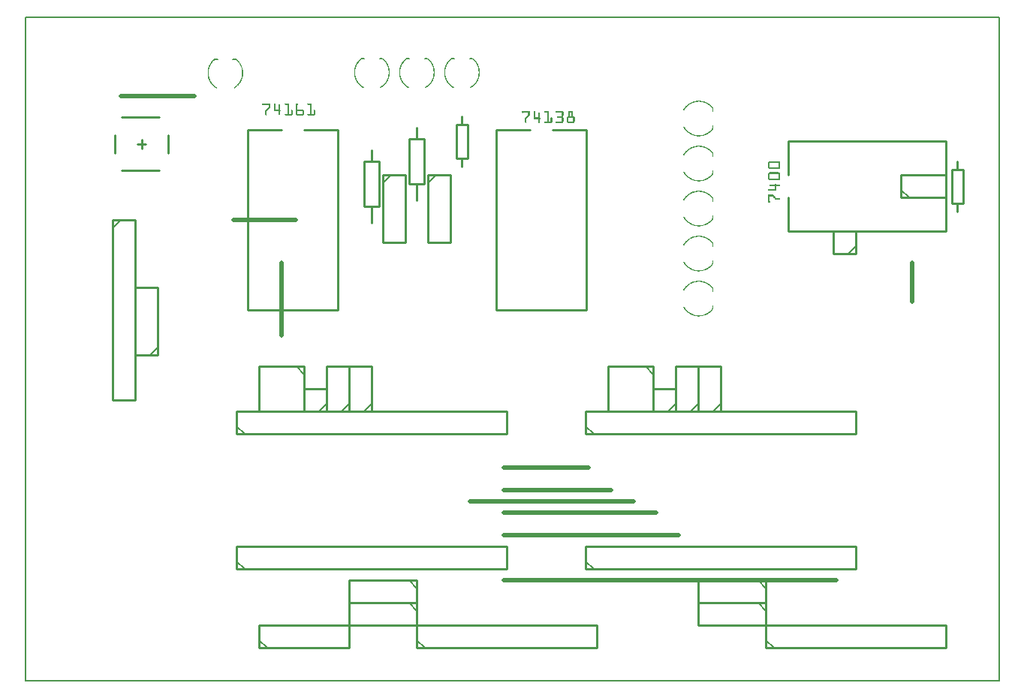
<source format=gto>
G04 MADE WITH FRITZING*
G04 WWW.FRITZING.ORG*
G04 SINGLE SIDED*
G04 HOLES NOT PLATED*
G04 CONTOUR ON CENTER OF CONTOUR VECTOR*
%ASAXBY*%
%FSLAX23Y23*%
%MOIN*%
%OFA0B0*%
%SFA1.0B1.0*%
%ADD10R,4.330720X2.952760X4.314720X2.936760*%
%ADD11C,0.008000*%
%ADD12C,0.010000*%
%ADD13C,0.005000*%
%ADD14C,0.021000*%
%ADD15C,0.005120*%
%ADD16R,0.001000X0.001000*%
%LNSILK1*%
G90*
G70*
G54D11*
X4Y2949D02*
X4327Y2949D01*
X4327Y4D01*
X4Y4D01*
X4Y2949D01*
D02*
G54D12*
X403Y2347D02*
X403Y2426D01*
D02*
X600Y2269D02*
X432Y2269D01*
D02*
X600Y2505D02*
X432Y2505D01*
D02*
X639Y2347D02*
X639Y2426D01*
D02*
X521Y2367D02*
X521Y2406D01*
D02*
X501Y2387D02*
X540Y2387D01*
D02*
X3093Y1198D02*
X3093Y1398D01*
D02*
X3093Y1398D02*
X2993Y1398D01*
D02*
X2993Y1398D02*
X2993Y1198D01*
D02*
X2993Y1198D02*
X3093Y1198D01*
G54D13*
D02*
X3093Y1233D02*
X3058Y1198D01*
G54D12*
D02*
X2793Y1398D02*
X2593Y1398D01*
D02*
X2593Y1398D02*
X2593Y1198D01*
D02*
X2593Y1198D02*
X2793Y1198D01*
D02*
X2793Y1198D02*
X2793Y1398D01*
G54D13*
D02*
X2758Y1398D02*
X2793Y1363D01*
G54D12*
D02*
X1543Y1198D02*
X1543Y1398D01*
D02*
X1543Y1398D02*
X1443Y1398D01*
D02*
X1443Y1398D02*
X1443Y1198D01*
D02*
X1443Y1198D02*
X1543Y1198D01*
G54D13*
D02*
X1543Y1233D02*
X1508Y1198D01*
G54D12*
D02*
X1243Y1398D02*
X1043Y1398D01*
D02*
X1043Y1398D02*
X1043Y1198D01*
D02*
X1043Y1198D02*
X1243Y1198D01*
D02*
X1243Y1198D02*
X1243Y1398D01*
G54D13*
D02*
X1208Y1398D02*
X1243Y1363D01*
G54D12*
D02*
X2993Y1198D02*
X2993Y1398D01*
D02*
X2993Y1398D02*
X2893Y1398D01*
D02*
X2893Y1398D02*
X2893Y1198D01*
D02*
X2893Y1198D02*
X2993Y1198D01*
G54D13*
D02*
X2993Y1233D02*
X2958Y1198D01*
G54D12*
D02*
X3693Y1898D02*
X3693Y1998D01*
D02*
X3693Y1998D02*
X3593Y1998D01*
D02*
X3593Y1998D02*
X3593Y1898D01*
D02*
X3593Y1898D02*
X3693Y1898D01*
G54D13*
D02*
X3693Y1933D02*
X3658Y1898D01*
G54D12*
D02*
X2893Y1198D02*
X2893Y1298D01*
D02*
X2893Y1298D02*
X2793Y1298D01*
D02*
X2793Y1298D02*
X2793Y1198D01*
D02*
X2793Y1198D02*
X2893Y1198D01*
G54D13*
D02*
X2893Y1233D02*
X2858Y1198D01*
G54D12*
D02*
X1343Y1198D02*
X1343Y1298D01*
D02*
X1343Y1298D02*
X1243Y1298D01*
D02*
X1243Y1298D02*
X1243Y1198D01*
D02*
X1243Y1198D02*
X1343Y1198D01*
G54D13*
D02*
X1343Y1233D02*
X1308Y1198D01*
G54D12*
D02*
X1443Y1198D02*
X1443Y1398D01*
D02*
X1443Y1398D02*
X1343Y1398D01*
D02*
X1343Y1398D02*
X1343Y1198D01*
D02*
X1343Y1198D02*
X1443Y1198D01*
G54D13*
D02*
X1443Y1233D02*
X1408Y1198D01*
G54D12*
D02*
X593Y1448D02*
X593Y1748D01*
D02*
X593Y1748D02*
X493Y1748D01*
D02*
X493Y1748D02*
X493Y1448D01*
D02*
X493Y1448D02*
X593Y1448D01*
G54D13*
D02*
X593Y1483D02*
X558Y1448D01*
G54D12*
D02*
X3893Y2148D02*
X4093Y2148D01*
D02*
X4093Y2148D02*
X4093Y2248D01*
D02*
X4093Y2248D02*
X3893Y2248D01*
D02*
X3893Y2248D02*
X3893Y2148D01*
G54D13*
D02*
X3928Y2148D02*
X3893Y2183D01*
G54D12*
D02*
X393Y2048D02*
X393Y1248D01*
D02*
X393Y1248D02*
X493Y1248D01*
D02*
X493Y1248D02*
X493Y2048D01*
D02*
X493Y2048D02*
X393Y2048D01*
G54D13*
D02*
X393Y2013D02*
X428Y2048D01*
G54D12*
D02*
X1593Y2248D02*
X1593Y1948D01*
D02*
X1593Y1948D02*
X1693Y1948D01*
D02*
X1693Y1948D02*
X1693Y2248D01*
D02*
X1693Y2248D02*
X1593Y2248D01*
G54D13*
D02*
X1593Y2213D02*
X1628Y2248D01*
G54D12*
D02*
X1793Y2248D02*
X1793Y1948D01*
D02*
X1793Y1948D02*
X1893Y1948D01*
D02*
X1893Y1948D02*
X1893Y2248D01*
D02*
X1893Y2248D02*
X1793Y2248D01*
G54D13*
D02*
X1793Y2213D02*
X1828Y2248D01*
G54D12*
D02*
X3293Y348D02*
X2993Y348D01*
D02*
X2993Y348D02*
X2993Y248D01*
D02*
X2993Y248D02*
X3293Y248D01*
D02*
X3293Y248D02*
X3293Y348D01*
G54D13*
D02*
X3258Y348D02*
X3293Y313D01*
G54D12*
D02*
X1743Y348D02*
X1443Y348D01*
D02*
X1443Y348D02*
X1443Y248D01*
D02*
X1443Y248D02*
X1743Y248D01*
D02*
X1743Y248D02*
X1743Y348D01*
G54D13*
D02*
X1708Y348D02*
X1743Y313D01*
G54D12*
D02*
X1743Y448D02*
X1443Y448D01*
D02*
X1443Y448D02*
X1443Y348D01*
D02*
X1443Y348D02*
X1743Y348D01*
D02*
X1743Y348D02*
X1743Y448D01*
G54D13*
D02*
X1708Y448D02*
X1743Y413D01*
G54D12*
D02*
X3293Y448D02*
X2993Y448D01*
D02*
X2993Y448D02*
X2993Y348D01*
D02*
X2993Y348D02*
X3293Y348D01*
D02*
X3293Y348D02*
X3293Y448D01*
G54D13*
D02*
X3258Y448D02*
X3293Y413D01*
G54D14*
D02*
X755Y2598D02*
X430Y2598D01*
D02*
X1205Y2048D02*
X930Y2048D01*
D02*
X1143Y1536D02*
X1143Y1861D01*
G54D12*
D02*
X993Y2448D02*
X993Y1648D01*
D02*
X993Y1648D02*
X1393Y1648D01*
D02*
X1393Y1648D02*
X1393Y2448D01*
D02*
X993Y2448D02*
X1143Y2448D01*
D02*
X1243Y2448D02*
X1393Y2448D01*
D02*
X2094Y2449D02*
X2094Y1649D01*
D02*
X2094Y1649D02*
X2494Y1649D01*
D02*
X2494Y1649D02*
X2494Y2449D01*
D02*
X2094Y2449D02*
X2244Y2449D01*
D02*
X2344Y2449D02*
X2494Y2449D01*
D02*
X3393Y1998D02*
X4093Y1998D01*
D02*
X4093Y1998D02*
X4093Y2398D01*
D02*
X4093Y2398D02*
X3393Y2398D01*
D02*
X3393Y1998D02*
X3393Y2148D01*
D02*
X3393Y2248D02*
X3393Y2398D01*
D02*
X2493Y498D02*
X3693Y498D01*
D02*
X3693Y498D02*
X3693Y598D01*
D02*
X3693Y598D02*
X2493Y598D01*
D02*
X2493Y598D02*
X2493Y498D01*
G54D13*
D02*
X2528Y498D02*
X2493Y533D01*
G54D12*
D02*
X943Y498D02*
X2143Y498D01*
D02*
X2143Y498D02*
X2143Y598D01*
D02*
X2143Y598D02*
X943Y598D01*
D02*
X943Y598D02*
X943Y498D01*
G54D13*
D02*
X978Y498D02*
X943Y533D01*
G54D12*
D02*
X2493Y1098D02*
X3693Y1098D01*
D02*
X3693Y1098D02*
X3693Y1198D01*
D02*
X3693Y1198D02*
X2493Y1198D01*
D02*
X2493Y1198D02*
X2493Y1098D01*
G54D13*
D02*
X2528Y1098D02*
X2493Y1133D01*
G54D12*
D02*
X943Y1098D02*
X2143Y1098D01*
D02*
X2143Y1098D02*
X2143Y1198D01*
D02*
X2143Y1198D02*
X943Y1198D01*
D02*
X943Y1198D02*
X943Y1098D01*
G54D13*
D02*
X978Y1098D02*
X943Y1133D01*
G54D12*
D02*
X3293Y148D02*
X4093Y148D01*
D02*
X4093Y148D02*
X4093Y248D01*
D02*
X4093Y248D02*
X3293Y248D01*
D02*
X3293Y248D02*
X3293Y148D01*
G54D13*
D02*
X3328Y148D02*
X3293Y183D01*
G54D12*
D02*
X1743Y148D02*
X2543Y148D01*
D02*
X2543Y148D02*
X2543Y248D01*
D02*
X2543Y248D02*
X1743Y248D01*
D02*
X1743Y248D02*
X1743Y148D01*
G54D13*
D02*
X1778Y148D02*
X1743Y183D01*
G54D12*
D02*
X1043Y148D02*
X1443Y148D01*
D02*
X1443Y148D02*
X1443Y248D01*
D02*
X1443Y248D02*
X1043Y248D01*
D02*
X1043Y248D02*
X1043Y148D01*
G54D13*
D02*
X1078Y148D02*
X1043Y183D01*
G54D14*
D02*
X2130Y448D02*
X3605Y448D01*
D02*
X2130Y948D02*
X2505Y948D01*
D02*
X2130Y848D02*
X2605Y848D01*
D02*
X1980Y798D02*
X2705Y798D01*
D02*
X2130Y748D02*
X2805Y748D01*
D02*
X2130Y648D02*
X2905Y648D01*
G54D12*
D02*
X4142Y2311D02*
X4142Y2274D01*
D02*
X4142Y2124D02*
X4142Y2086D01*
D02*
X4167Y2274D02*
X4167Y2124D01*
D02*
X4167Y2124D02*
X4117Y2124D01*
D02*
X4117Y2124D02*
X4117Y2274D01*
D02*
X4117Y2274D02*
X4167Y2274D01*
D02*
X1943Y2286D02*
X1943Y2323D01*
D02*
X1943Y2473D02*
X1943Y2511D01*
D02*
X1918Y2323D02*
X1918Y2473D01*
D02*
X1918Y2473D02*
X1968Y2473D01*
D02*
X1968Y2473D02*
X1968Y2323D01*
D02*
X1968Y2323D02*
X1918Y2323D01*
D02*
X1743Y2136D02*
X1743Y2208D01*
D02*
X1743Y2408D02*
X1743Y2461D01*
D02*
X1710Y2208D02*
X1710Y2408D01*
D02*
X1710Y2408D02*
X1776Y2408D01*
D02*
X1776Y2408D02*
X1776Y2208D01*
D02*
X1776Y2208D02*
X1710Y2208D01*
D02*
X1543Y2036D02*
X1543Y2108D01*
D02*
X1543Y2308D02*
X1543Y2361D01*
D02*
X1510Y2108D02*
X1510Y2308D01*
D02*
X1510Y2308D02*
X1576Y2308D01*
D02*
X1576Y2308D02*
X1576Y2108D01*
D02*
X1576Y2108D02*
X1510Y2108D01*
G54D14*
D02*
X3943Y1861D02*
X3943Y1686D01*
G54D15*
X1910Y2766D02*
X1897Y2766D01*
D02*
X1989Y2766D02*
X1977Y2766D01*
D02*
X1710Y2766D02*
X1697Y2766D01*
D02*
X1789Y2766D02*
X1777Y2766D01*
D02*
X859Y2763D02*
X846Y2763D01*
D02*
X938Y2763D02*
X926Y2763D01*
D02*
X1510Y2766D02*
X1497Y2766D01*
D02*
X1589Y2766D02*
X1577Y2766D01*
D02*
G54D16*
X1496Y2768D02*
X1498Y2768D01*
X1589Y2768D02*
X1589Y2768D01*
X1696Y2768D02*
X1698Y2768D01*
X1789Y2768D02*
X1789Y2768D01*
X1896Y2768D02*
X1898Y2768D01*
X1989Y2768D02*
X1989Y2768D01*
X1495Y2767D02*
X1499Y2767D01*
X1588Y2767D02*
X1591Y2767D01*
X1695Y2767D02*
X1699Y2767D01*
X1788Y2767D02*
X1791Y2767D01*
X1895Y2767D02*
X1899Y2767D01*
X1988Y2767D02*
X1991Y2767D01*
X1494Y2766D02*
X1499Y2766D01*
X1587Y2766D02*
X1592Y2766D01*
X1694Y2766D02*
X1699Y2766D01*
X1787Y2766D02*
X1792Y2766D01*
X1894Y2766D02*
X1899Y2766D01*
X1987Y2766D02*
X1992Y2766D01*
X844Y2765D02*
X848Y2765D01*
X937Y2765D02*
X940Y2765D01*
X1492Y2765D02*
X1499Y2765D01*
X1587Y2765D02*
X1593Y2765D01*
X1692Y2765D02*
X1699Y2765D01*
X1787Y2765D02*
X1793Y2765D01*
X1892Y2765D02*
X1899Y2765D01*
X1987Y2765D02*
X1993Y2765D01*
X843Y2764D02*
X848Y2764D01*
X937Y2764D02*
X941Y2764D01*
X1491Y2764D02*
X1498Y2764D01*
X1588Y2764D02*
X1595Y2764D01*
X1691Y2764D02*
X1698Y2764D01*
X1788Y2764D02*
X1795Y2764D01*
X1891Y2764D02*
X1898Y2764D01*
X1988Y2764D02*
X1995Y2764D01*
X842Y2763D02*
X848Y2763D01*
X936Y2763D02*
X942Y2763D01*
X1490Y2763D02*
X1497Y2763D01*
X1589Y2763D02*
X1596Y2763D01*
X1690Y2763D02*
X1697Y2763D01*
X1789Y2763D02*
X1796Y2763D01*
X1890Y2763D02*
X1897Y2763D01*
X1989Y2763D02*
X1996Y2763D01*
X841Y2762D02*
X848Y2762D01*
X937Y2762D02*
X943Y2762D01*
X1489Y2762D02*
X1496Y2762D01*
X1590Y2762D02*
X1597Y2762D01*
X1689Y2762D02*
X1696Y2762D01*
X1790Y2762D02*
X1797Y2762D01*
X1889Y2762D02*
X1896Y2762D01*
X1990Y2762D02*
X1997Y2762D01*
X840Y2761D02*
X847Y2761D01*
X938Y2761D02*
X945Y2761D01*
X1488Y2761D02*
X1495Y2761D01*
X1591Y2761D02*
X1598Y2761D01*
X1688Y2761D02*
X1695Y2761D01*
X1791Y2761D02*
X1798Y2761D01*
X1888Y2761D02*
X1895Y2761D01*
X1991Y2761D02*
X1998Y2761D01*
X839Y2760D02*
X845Y2760D01*
X939Y2760D02*
X946Y2760D01*
X1487Y2760D02*
X1493Y2760D01*
X1592Y2760D02*
X1599Y2760D01*
X1687Y2760D02*
X1693Y2760D01*
X1792Y2760D02*
X1799Y2760D01*
X1887Y2760D02*
X1893Y2760D01*
X1992Y2760D02*
X1999Y2760D01*
X838Y2759D02*
X844Y2759D01*
X940Y2759D02*
X947Y2759D01*
X1486Y2759D02*
X1492Y2759D01*
X1594Y2759D02*
X1600Y2759D01*
X1686Y2759D02*
X1692Y2759D01*
X1794Y2759D02*
X1800Y2759D01*
X1886Y2759D02*
X1892Y2759D01*
X1994Y2759D02*
X2000Y2759D01*
X837Y2758D02*
X843Y2758D01*
X941Y2758D02*
X948Y2758D01*
X1485Y2758D02*
X1491Y2758D01*
X1595Y2758D02*
X1601Y2758D01*
X1685Y2758D02*
X1691Y2758D01*
X1795Y2758D02*
X1801Y2758D01*
X1885Y2758D02*
X1891Y2758D01*
X1995Y2758D02*
X2001Y2758D01*
X836Y2757D02*
X842Y2757D01*
X942Y2757D02*
X949Y2757D01*
X1484Y2757D02*
X1490Y2757D01*
X1596Y2757D02*
X1602Y2757D01*
X1684Y2757D02*
X1690Y2757D01*
X1796Y2757D02*
X1802Y2757D01*
X1884Y2757D02*
X1890Y2757D01*
X1996Y2757D02*
X2002Y2757D01*
X835Y2756D02*
X841Y2756D01*
X944Y2756D02*
X950Y2756D01*
X1483Y2756D02*
X1489Y2756D01*
X1597Y2756D02*
X1603Y2756D01*
X1683Y2756D02*
X1689Y2756D01*
X1797Y2756D02*
X1803Y2756D01*
X1883Y2756D02*
X1889Y2756D01*
X1997Y2756D02*
X2003Y2756D01*
X834Y2755D02*
X840Y2755D01*
X945Y2755D02*
X951Y2755D01*
X1483Y2755D02*
X1488Y2755D01*
X1598Y2755D02*
X1603Y2755D01*
X1682Y2755D02*
X1688Y2755D01*
X1798Y2755D02*
X1803Y2755D01*
X1882Y2755D02*
X1888Y2755D01*
X1998Y2755D02*
X2003Y2755D01*
X833Y2754D02*
X839Y2754D01*
X946Y2754D02*
X952Y2754D01*
X1482Y2754D02*
X1487Y2754D01*
X1599Y2754D02*
X1604Y2754D01*
X1682Y2754D02*
X1687Y2754D01*
X1799Y2754D02*
X1804Y2754D01*
X1882Y2754D02*
X1887Y2754D01*
X1999Y2754D02*
X2004Y2754D01*
X832Y2753D02*
X838Y2753D01*
X947Y2753D02*
X952Y2753D01*
X1481Y2753D02*
X1486Y2753D01*
X1600Y2753D02*
X1605Y2753D01*
X1681Y2753D02*
X1686Y2753D01*
X1800Y2753D02*
X1805Y2753D01*
X1881Y2753D02*
X1886Y2753D01*
X1999Y2753D02*
X2005Y2753D01*
X831Y2752D02*
X837Y2752D01*
X948Y2752D02*
X953Y2752D01*
X1480Y2752D02*
X1486Y2752D01*
X1600Y2752D02*
X1606Y2752D01*
X1680Y2752D02*
X1686Y2752D01*
X1800Y2752D02*
X1806Y2752D01*
X1880Y2752D02*
X1886Y2752D01*
X2000Y2752D02*
X2006Y2752D01*
X830Y2751D02*
X836Y2751D01*
X948Y2751D02*
X954Y2751D01*
X1479Y2751D02*
X1485Y2751D01*
X1601Y2751D02*
X1607Y2751D01*
X1679Y2751D02*
X1685Y2751D01*
X1801Y2751D02*
X1807Y2751D01*
X1879Y2751D02*
X1885Y2751D01*
X2001Y2751D02*
X2007Y2751D01*
X830Y2750D02*
X835Y2750D01*
X949Y2750D02*
X955Y2750D01*
X1479Y2750D02*
X1484Y2750D01*
X1602Y2750D02*
X1607Y2750D01*
X1679Y2750D02*
X1684Y2750D01*
X1802Y2750D02*
X1807Y2750D01*
X1879Y2750D02*
X1884Y2750D01*
X2002Y2750D02*
X2007Y2750D01*
X829Y2749D02*
X834Y2749D01*
X950Y2749D02*
X956Y2749D01*
X1478Y2749D02*
X1483Y2749D01*
X1603Y2749D02*
X1608Y2749D01*
X1678Y2749D02*
X1683Y2749D01*
X1803Y2749D02*
X1808Y2749D01*
X1878Y2749D02*
X1883Y2749D01*
X2003Y2749D02*
X2008Y2749D01*
X828Y2748D02*
X834Y2748D01*
X951Y2748D02*
X956Y2748D01*
X1477Y2748D02*
X1483Y2748D01*
X1604Y2748D02*
X1609Y2748D01*
X1677Y2748D02*
X1683Y2748D01*
X1804Y2748D02*
X1809Y2748D01*
X1877Y2748D02*
X1882Y2748D01*
X2004Y2748D02*
X2008Y2748D01*
X827Y2747D02*
X833Y2747D01*
X952Y2747D02*
X957Y2747D01*
X1477Y2747D02*
X1482Y2747D01*
X1604Y2747D02*
X1609Y2747D01*
X1677Y2747D02*
X1682Y2747D01*
X1804Y2747D02*
X1809Y2747D01*
X1877Y2747D02*
X1882Y2747D01*
X2004Y2747D02*
X2009Y2747D01*
X827Y2746D02*
X832Y2746D01*
X953Y2746D02*
X958Y2746D01*
X1476Y2746D02*
X1481Y2746D01*
X1605Y2746D02*
X1610Y2746D01*
X1676Y2746D02*
X1681Y2746D01*
X1805Y2746D02*
X1810Y2746D01*
X1876Y2746D02*
X1881Y2746D01*
X2005Y2746D02*
X2010Y2746D01*
X826Y2745D02*
X831Y2745D01*
X953Y2745D02*
X958Y2745D01*
X1475Y2745D02*
X1480Y2745D01*
X1606Y2745D02*
X1610Y2745D01*
X1675Y2745D02*
X1680Y2745D01*
X1806Y2745D02*
X1810Y2745D01*
X1875Y2745D02*
X1880Y2745D01*
X2006Y2745D02*
X2010Y2745D01*
X825Y2744D02*
X831Y2744D01*
X954Y2744D02*
X959Y2744D01*
X1475Y2744D02*
X1480Y2744D01*
X1606Y2744D02*
X1611Y2744D01*
X1675Y2744D02*
X1680Y2744D01*
X1806Y2744D02*
X1811Y2744D01*
X1875Y2744D02*
X1880Y2744D01*
X2006Y2744D02*
X2011Y2744D01*
X825Y2743D02*
X830Y2743D01*
X955Y2743D02*
X959Y2743D01*
X1474Y2743D02*
X1479Y2743D01*
X1607Y2743D02*
X1612Y2743D01*
X1674Y2743D02*
X1679Y2743D01*
X1807Y2743D02*
X1812Y2743D01*
X1874Y2743D02*
X1879Y2743D01*
X2007Y2743D02*
X2012Y2743D01*
X824Y2742D02*
X829Y2742D01*
X955Y2742D02*
X960Y2742D01*
X1474Y2742D02*
X1479Y2742D01*
X1608Y2742D02*
X1612Y2742D01*
X1674Y2742D02*
X1679Y2742D01*
X1808Y2742D02*
X1812Y2742D01*
X1874Y2742D02*
X1878Y2742D01*
X2007Y2742D02*
X2012Y2742D01*
X824Y2741D02*
X829Y2741D01*
X956Y2741D02*
X961Y2741D01*
X1473Y2741D02*
X1478Y2741D01*
X1608Y2741D02*
X1613Y2741D01*
X1673Y2741D02*
X1678Y2741D01*
X1808Y2741D02*
X1813Y2741D01*
X1873Y2741D02*
X1878Y2741D01*
X2008Y2741D02*
X2013Y2741D01*
X823Y2740D02*
X828Y2740D01*
X957Y2740D02*
X961Y2740D01*
X1473Y2740D02*
X1477Y2740D01*
X1609Y2740D02*
X1613Y2740D01*
X1673Y2740D02*
X1677Y2740D01*
X1809Y2740D02*
X1813Y2740D01*
X1873Y2740D02*
X1877Y2740D01*
X2009Y2740D02*
X2013Y2740D01*
X823Y2739D02*
X827Y2739D01*
X957Y2739D02*
X962Y2739D01*
X1472Y2739D02*
X1477Y2739D01*
X1609Y2739D02*
X1614Y2739D01*
X1672Y2739D02*
X1677Y2739D01*
X1809Y2739D02*
X1814Y2739D01*
X1872Y2739D02*
X1877Y2739D01*
X2009Y2739D02*
X2014Y2739D01*
X822Y2738D02*
X827Y2738D01*
X958Y2738D02*
X962Y2738D01*
X1472Y2738D02*
X1476Y2738D01*
X1610Y2738D02*
X1614Y2738D01*
X1672Y2738D02*
X1676Y2738D01*
X1810Y2738D02*
X1814Y2738D01*
X1872Y2738D02*
X1876Y2738D01*
X2010Y2738D02*
X2014Y2738D01*
X822Y2737D02*
X826Y2737D01*
X958Y2737D02*
X963Y2737D01*
X1471Y2737D02*
X1476Y2737D01*
X1610Y2737D02*
X1615Y2737D01*
X1671Y2737D02*
X1676Y2737D01*
X1810Y2737D02*
X1815Y2737D01*
X1871Y2737D02*
X1876Y2737D01*
X2010Y2737D02*
X2015Y2737D01*
X821Y2736D02*
X826Y2736D01*
X959Y2736D02*
X963Y2736D01*
X1471Y2736D02*
X1475Y2736D01*
X1611Y2736D02*
X1615Y2736D01*
X1671Y2736D02*
X1675Y2736D01*
X1811Y2736D02*
X1815Y2736D01*
X1871Y2736D02*
X1875Y2736D01*
X2011Y2736D02*
X2015Y2736D01*
X821Y2735D02*
X825Y2735D01*
X959Y2735D02*
X964Y2735D01*
X1470Y2735D02*
X1475Y2735D01*
X1611Y2735D02*
X1615Y2735D01*
X1670Y2735D02*
X1675Y2735D01*
X1811Y2735D02*
X1815Y2735D01*
X1870Y2735D02*
X1875Y2735D01*
X2011Y2735D02*
X2015Y2735D01*
X820Y2734D02*
X825Y2734D01*
X960Y2734D02*
X964Y2734D01*
X1470Y2734D02*
X1474Y2734D01*
X1612Y2734D02*
X1616Y2734D01*
X1670Y2734D02*
X1674Y2734D01*
X1812Y2734D02*
X1816Y2734D01*
X1870Y2734D02*
X1874Y2734D01*
X2012Y2734D02*
X2016Y2734D01*
X820Y2733D02*
X824Y2733D01*
X960Y2733D02*
X965Y2733D01*
X1470Y2733D02*
X1474Y2733D01*
X1612Y2733D02*
X1616Y2733D01*
X1670Y2733D02*
X1674Y2733D01*
X1812Y2733D02*
X1816Y2733D01*
X1870Y2733D02*
X1874Y2733D01*
X2012Y2733D02*
X2016Y2733D01*
X819Y2732D02*
X824Y2732D01*
X961Y2732D02*
X965Y2732D01*
X1469Y2732D02*
X1474Y2732D01*
X1612Y2732D02*
X1617Y2732D01*
X1669Y2732D02*
X1674Y2732D01*
X1812Y2732D02*
X1817Y2732D01*
X1869Y2732D02*
X1874Y2732D01*
X2012Y2732D02*
X2017Y2732D01*
X819Y2731D02*
X823Y2731D01*
X961Y2731D02*
X965Y2731D01*
X1469Y2731D02*
X1473Y2731D01*
X1613Y2731D02*
X1617Y2731D01*
X1669Y2731D02*
X1673Y2731D01*
X1813Y2731D02*
X1817Y2731D01*
X1869Y2731D02*
X1873Y2731D01*
X2013Y2731D02*
X2017Y2731D01*
X819Y2730D02*
X823Y2730D01*
X962Y2730D02*
X966Y2730D01*
X1469Y2730D02*
X1473Y2730D01*
X1613Y2730D02*
X1617Y2730D01*
X1668Y2730D02*
X1673Y2730D01*
X1813Y2730D02*
X1817Y2730D01*
X1868Y2730D02*
X1873Y2730D01*
X2013Y2730D02*
X2017Y2730D01*
X818Y2729D02*
X823Y2729D01*
X962Y2729D02*
X966Y2729D01*
X1468Y2729D02*
X1472Y2729D01*
X1614Y2729D02*
X1618Y2729D01*
X1668Y2729D02*
X1672Y2729D01*
X1814Y2729D02*
X1818Y2729D01*
X1868Y2729D02*
X1872Y2729D01*
X2014Y2729D02*
X2018Y2729D01*
X818Y2728D02*
X822Y2728D01*
X962Y2728D02*
X966Y2728D01*
X1468Y2728D02*
X1472Y2728D01*
X1614Y2728D02*
X1618Y2728D01*
X1668Y2728D02*
X1672Y2728D01*
X1814Y2728D02*
X1818Y2728D01*
X1868Y2728D02*
X1872Y2728D01*
X2014Y2728D02*
X2018Y2728D01*
X818Y2727D02*
X822Y2727D01*
X963Y2727D02*
X967Y2727D01*
X1468Y2727D02*
X1472Y2727D01*
X1614Y2727D02*
X1618Y2727D01*
X1668Y2727D02*
X1672Y2727D01*
X1814Y2727D02*
X1818Y2727D01*
X1868Y2727D02*
X1872Y2727D01*
X2014Y2727D02*
X2018Y2727D01*
X817Y2726D02*
X821Y2726D01*
X963Y2726D02*
X967Y2726D01*
X1467Y2726D02*
X1471Y2726D01*
X1615Y2726D02*
X1619Y2726D01*
X1667Y2726D02*
X1671Y2726D01*
X1815Y2726D02*
X1819Y2726D01*
X1867Y2726D02*
X1871Y2726D01*
X2015Y2726D02*
X2018Y2726D01*
X817Y2725D02*
X821Y2725D01*
X963Y2725D02*
X967Y2725D01*
X1467Y2725D02*
X1471Y2725D01*
X1615Y2725D02*
X1619Y2725D01*
X1667Y2725D02*
X1671Y2725D01*
X1815Y2725D02*
X1819Y2725D01*
X1867Y2725D02*
X1871Y2725D01*
X2015Y2725D02*
X2019Y2725D01*
X817Y2724D02*
X821Y2724D01*
X964Y2724D02*
X968Y2724D01*
X1467Y2724D02*
X1471Y2724D01*
X1615Y2724D02*
X1619Y2724D01*
X1667Y2724D02*
X1671Y2724D01*
X1815Y2724D02*
X1819Y2724D01*
X1867Y2724D02*
X1871Y2724D01*
X2015Y2724D02*
X2019Y2724D01*
X816Y2723D02*
X820Y2723D01*
X964Y2723D02*
X968Y2723D01*
X1467Y2723D02*
X1471Y2723D01*
X1615Y2723D02*
X1619Y2723D01*
X1666Y2723D02*
X1671Y2723D01*
X1815Y2723D02*
X1819Y2723D01*
X1866Y2723D02*
X1870Y2723D01*
X2015Y2723D02*
X2019Y2723D01*
X816Y2722D02*
X820Y2722D01*
X964Y2722D02*
X968Y2722D01*
X1466Y2722D02*
X1470Y2722D01*
X1616Y2722D02*
X1620Y2722D01*
X1666Y2722D02*
X1670Y2722D01*
X1816Y2722D02*
X1820Y2722D01*
X1866Y2722D02*
X1870Y2722D01*
X2016Y2722D02*
X2020Y2722D01*
X816Y2721D02*
X820Y2721D01*
X965Y2721D02*
X969Y2721D01*
X1466Y2721D02*
X1470Y2721D01*
X1616Y2721D02*
X1620Y2721D01*
X1666Y2721D02*
X1670Y2721D01*
X1816Y2721D02*
X1820Y2721D01*
X1866Y2721D02*
X1870Y2721D01*
X2016Y2721D02*
X2020Y2721D01*
X816Y2720D02*
X820Y2720D01*
X965Y2720D02*
X969Y2720D01*
X1466Y2720D02*
X1470Y2720D01*
X1616Y2720D02*
X1620Y2720D01*
X1666Y2720D02*
X1670Y2720D01*
X1816Y2720D02*
X1820Y2720D01*
X1866Y2720D02*
X1870Y2720D01*
X2016Y2720D02*
X2020Y2720D01*
X815Y2719D02*
X819Y2719D01*
X965Y2719D02*
X969Y2719D01*
X1466Y2719D02*
X1470Y2719D01*
X1616Y2719D02*
X1620Y2719D01*
X1666Y2719D02*
X1670Y2719D01*
X1816Y2719D02*
X1820Y2719D01*
X1866Y2719D02*
X1870Y2719D01*
X2016Y2719D02*
X2020Y2719D01*
X815Y2718D02*
X819Y2718D01*
X965Y2718D02*
X969Y2718D01*
X1466Y2718D02*
X1469Y2718D01*
X1617Y2718D02*
X1620Y2718D01*
X1665Y2718D02*
X1669Y2718D01*
X1817Y2718D02*
X1820Y2718D01*
X1865Y2718D02*
X1869Y2718D01*
X2016Y2718D02*
X2020Y2718D01*
X815Y2717D02*
X819Y2717D01*
X965Y2717D02*
X969Y2717D01*
X1465Y2717D02*
X1469Y2717D01*
X1617Y2717D02*
X1621Y2717D01*
X1665Y2717D02*
X1669Y2717D01*
X1817Y2717D02*
X1821Y2717D01*
X1865Y2717D02*
X1869Y2717D01*
X2017Y2717D02*
X2021Y2717D01*
X815Y2716D02*
X819Y2716D01*
X966Y2716D02*
X970Y2716D01*
X1465Y2716D02*
X1469Y2716D01*
X1617Y2716D02*
X1621Y2716D01*
X1665Y2716D02*
X1669Y2716D01*
X1817Y2716D02*
X1821Y2716D01*
X1865Y2716D02*
X1869Y2716D01*
X2017Y2716D02*
X2021Y2716D01*
X815Y2715D02*
X819Y2715D01*
X966Y2715D02*
X970Y2715D01*
X1465Y2715D02*
X1469Y2715D01*
X1617Y2715D02*
X1621Y2715D01*
X1665Y2715D02*
X1669Y2715D01*
X1817Y2715D02*
X1821Y2715D01*
X1865Y2715D02*
X1869Y2715D01*
X2017Y2715D02*
X2021Y2715D01*
X814Y2714D02*
X818Y2714D01*
X966Y2714D02*
X970Y2714D01*
X1465Y2714D02*
X1469Y2714D01*
X1617Y2714D02*
X1621Y2714D01*
X1665Y2714D02*
X1669Y2714D01*
X1817Y2714D02*
X1821Y2714D01*
X1865Y2714D02*
X1869Y2714D01*
X2017Y2714D02*
X2021Y2714D01*
X814Y2713D02*
X818Y2713D01*
X966Y2713D02*
X970Y2713D01*
X1465Y2713D02*
X1469Y2713D01*
X1617Y2713D02*
X1621Y2713D01*
X1665Y2713D02*
X1669Y2713D01*
X1817Y2713D02*
X1821Y2713D01*
X1865Y2713D02*
X1869Y2713D01*
X2017Y2713D02*
X2021Y2713D01*
X814Y2712D02*
X818Y2712D01*
X966Y2712D02*
X970Y2712D01*
X1465Y2712D02*
X1469Y2712D01*
X1617Y2712D02*
X1621Y2712D01*
X1665Y2712D02*
X1669Y2712D01*
X1817Y2712D02*
X1821Y2712D01*
X1865Y2712D02*
X1869Y2712D01*
X2017Y2712D02*
X2021Y2712D01*
X814Y2711D02*
X818Y2711D01*
X966Y2711D02*
X970Y2711D01*
X1465Y2711D02*
X1468Y2711D01*
X1618Y2711D02*
X1621Y2711D01*
X1665Y2711D02*
X1668Y2711D01*
X1817Y2711D02*
X1821Y2711D01*
X1865Y2711D02*
X1868Y2711D01*
X2017Y2711D02*
X2021Y2711D01*
X814Y2710D02*
X818Y2710D01*
X967Y2710D02*
X970Y2710D01*
X1465Y2710D02*
X1468Y2710D01*
X1618Y2710D02*
X1621Y2710D01*
X1665Y2710D02*
X1668Y2710D01*
X1818Y2710D02*
X1821Y2710D01*
X1864Y2710D02*
X1868Y2710D01*
X2018Y2710D02*
X2021Y2710D01*
X814Y2709D02*
X818Y2709D01*
X967Y2709D02*
X970Y2709D01*
X1464Y2709D02*
X1468Y2709D01*
X1618Y2709D02*
X1621Y2709D01*
X1664Y2709D02*
X1668Y2709D01*
X1818Y2709D02*
X1821Y2709D01*
X1864Y2709D02*
X1868Y2709D01*
X2018Y2709D02*
X2021Y2709D01*
X814Y2708D02*
X818Y2708D01*
X967Y2708D02*
X971Y2708D01*
X1464Y2708D02*
X1468Y2708D01*
X1618Y2708D02*
X1622Y2708D01*
X1664Y2708D02*
X1668Y2708D01*
X1818Y2708D02*
X1822Y2708D01*
X1864Y2708D02*
X1868Y2708D01*
X2018Y2708D02*
X2022Y2708D01*
X814Y2707D02*
X818Y2707D01*
X967Y2707D02*
X971Y2707D01*
X1464Y2707D02*
X1468Y2707D01*
X1618Y2707D02*
X1622Y2707D01*
X1664Y2707D02*
X1668Y2707D01*
X1818Y2707D02*
X1822Y2707D01*
X1864Y2707D02*
X1868Y2707D01*
X2018Y2707D02*
X2022Y2707D01*
X814Y2706D02*
X817Y2706D01*
X967Y2706D02*
X971Y2706D01*
X1464Y2706D02*
X1468Y2706D01*
X1618Y2706D02*
X1622Y2706D01*
X1664Y2706D02*
X1668Y2706D01*
X1818Y2706D02*
X1822Y2706D01*
X1864Y2706D02*
X1868Y2706D01*
X2018Y2706D02*
X2022Y2706D01*
X814Y2705D02*
X817Y2705D01*
X967Y2705D02*
X971Y2705D01*
X1464Y2705D02*
X1468Y2705D01*
X1618Y2705D02*
X1622Y2705D01*
X1664Y2705D02*
X1668Y2705D01*
X1818Y2705D02*
X1822Y2705D01*
X1864Y2705D02*
X1868Y2705D01*
X2018Y2705D02*
X2022Y2705D01*
X814Y2704D02*
X817Y2704D01*
X967Y2704D02*
X971Y2704D01*
X1464Y2704D02*
X1468Y2704D01*
X1618Y2704D02*
X1622Y2704D01*
X1664Y2704D02*
X1668Y2704D01*
X1818Y2704D02*
X1822Y2704D01*
X1864Y2704D02*
X1868Y2704D01*
X2018Y2704D02*
X2022Y2704D01*
X814Y2703D02*
X817Y2703D01*
X967Y2703D02*
X971Y2703D01*
X1464Y2703D02*
X1468Y2703D01*
X1618Y2703D02*
X1622Y2703D01*
X1664Y2703D02*
X1668Y2703D01*
X1818Y2703D02*
X1822Y2703D01*
X1864Y2703D02*
X1868Y2703D01*
X2018Y2703D02*
X2022Y2703D01*
X814Y2702D02*
X817Y2702D01*
X967Y2702D02*
X971Y2702D01*
X1464Y2702D02*
X1468Y2702D01*
X1618Y2702D02*
X1622Y2702D01*
X1664Y2702D02*
X1668Y2702D01*
X1818Y2702D02*
X1822Y2702D01*
X1864Y2702D02*
X1868Y2702D01*
X2018Y2702D02*
X2022Y2702D01*
X814Y2701D02*
X817Y2701D01*
X967Y2701D02*
X971Y2701D01*
X1464Y2701D02*
X1468Y2701D01*
X1618Y2701D02*
X1622Y2701D01*
X1664Y2701D02*
X1668Y2701D01*
X1818Y2701D02*
X1822Y2701D01*
X1864Y2701D02*
X1868Y2701D01*
X2018Y2701D02*
X2022Y2701D01*
X814Y2700D02*
X817Y2700D01*
X967Y2700D02*
X971Y2700D01*
X1464Y2700D02*
X1468Y2700D01*
X1618Y2700D02*
X1622Y2700D01*
X1664Y2700D02*
X1668Y2700D01*
X1818Y2700D02*
X1822Y2700D01*
X1864Y2700D02*
X1868Y2700D01*
X2018Y2700D02*
X2021Y2700D01*
X814Y2699D02*
X817Y2699D01*
X967Y2699D02*
X971Y2699D01*
X1465Y2699D02*
X1468Y2699D01*
X1618Y2699D02*
X1621Y2699D01*
X1665Y2699D02*
X1668Y2699D01*
X1818Y2699D02*
X1821Y2699D01*
X1865Y2699D02*
X1868Y2699D01*
X2018Y2699D02*
X2021Y2699D01*
X814Y2698D02*
X817Y2698D01*
X967Y2698D02*
X971Y2698D01*
X1465Y2698D02*
X1468Y2698D01*
X1618Y2698D02*
X1621Y2698D01*
X1665Y2698D02*
X1668Y2698D01*
X1817Y2698D02*
X1821Y2698D01*
X1865Y2698D02*
X1868Y2698D01*
X2017Y2698D02*
X2021Y2698D01*
X814Y2697D02*
X818Y2697D01*
X967Y2697D02*
X971Y2697D01*
X1465Y2697D02*
X1469Y2697D01*
X1617Y2697D02*
X1621Y2697D01*
X1665Y2697D02*
X1668Y2697D01*
X1817Y2697D02*
X1821Y2697D01*
X1865Y2697D02*
X1868Y2697D01*
X2017Y2697D02*
X2021Y2697D01*
X814Y2696D02*
X818Y2696D01*
X967Y2696D02*
X971Y2696D01*
X1465Y2696D02*
X1469Y2696D01*
X1617Y2696D02*
X1621Y2696D01*
X1665Y2696D02*
X1669Y2696D01*
X1817Y2696D02*
X1821Y2696D01*
X1865Y2696D02*
X1869Y2696D01*
X2017Y2696D02*
X2021Y2696D01*
X814Y2695D02*
X818Y2695D01*
X967Y2695D02*
X971Y2695D01*
X1465Y2695D02*
X1469Y2695D01*
X1617Y2695D02*
X1621Y2695D01*
X1665Y2695D02*
X1669Y2695D01*
X1817Y2695D02*
X1821Y2695D01*
X1865Y2695D02*
X1869Y2695D01*
X2017Y2695D02*
X2021Y2695D01*
X814Y2694D02*
X818Y2694D01*
X967Y2694D02*
X970Y2694D01*
X1465Y2694D02*
X1469Y2694D01*
X1617Y2694D02*
X1621Y2694D01*
X1665Y2694D02*
X1669Y2694D01*
X1817Y2694D02*
X1821Y2694D01*
X1865Y2694D02*
X1869Y2694D01*
X2017Y2694D02*
X2021Y2694D01*
X814Y2693D02*
X818Y2693D01*
X966Y2693D02*
X970Y2693D01*
X1465Y2693D02*
X1469Y2693D01*
X1617Y2693D02*
X1621Y2693D01*
X1665Y2693D02*
X1669Y2693D01*
X1817Y2693D02*
X1821Y2693D01*
X1865Y2693D02*
X1869Y2693D01*
X2017Y2693D02*
X2021Y2693D01*
X814Y2692D02*
X818Y2692D01*
X966Y2692D02*
X970Y2692D01*
X1465Y2692D02*
X1469Y2692D01*
X1617Y2692D02*
X1621Y2692D01*
X1665Y2692D02*
X1669Y2692D01*
X1817Y2692D02*
X1821Y2692D01*
X1865Y2692D02*
X1869Y2692D01*
X2017Y2692D02*
X2021Y2692D01*
X814Y2691D02*
X818Y2691D01*
X966Y2691D02*
X970Y2691D01*
X1466Y2691D02*
X1469Y2691D01*
X1617Y2691D02*
X1621Y2691D01*
X1666Y2691D02*
X1669Y2691D01*
X1817Y2691D02*
X1821Y2691D01*
X1865Y2691D02*
X1869Y2691D01*
X2017Y2691D02*
X2020Y2691D01*
X814Y2690D02*
X818Y2690D01*
X966Y2690D02*
X970Y2690D01*
X1466Y2690D02*
X1470Y2690D01*
X1616Y2690D02*
X1620Y2690D01*
X1666Y2690D02*
X1670Y2690D01*
X1816Y2690D02*
X1820Y2690D01*
X1866Y2690D02*
X1869Y2690D01*
X2016Y2690D02*
X2020Y2690D01*
X815Y2689D02*
X819Y2689D01*
X966Y2689D02*
X970Y2689D01*
X1466Y2689D02*
X1470Y2689D01*
X1616Y2689D02*
X1620Y2689D01*
X1666Y2689D02*
X1670Y2689D01*
X1816Y2689D02*
X1820Y2689D01*
X1866Y2689D02*
X1870Y2689D01*
X2016Y2689D02*
X2020Y2689D01*
X815Y2688D02*
X819Y2688D01*
X966Y2688D02*
X970Y2688D01*
X1466Y2688D02*
X1470Y2688D01*
X1616Y2688D02*
X1620Y2688D01*
X1666Y2688D02*
X1670Y2688D01*
X1816Y2688D02*
X1820Y2688D01*
X1866Y2688D02*
X1870Y2688D01*
X2016Y2688D02*
X2020Y2688D01*
X815Y2687D02*
X819Y2687D01*
X965Y2687D02*
X969Y2687D01*
X1466Y2687D02*
X1470Y2687D01*
X1616Y2687D02*
X1620Y2687D01*
X1666Y2687D02*
X1670Y2687D01*
X1816Y2687D02*
X1820Y2687D01*
X1866Y2687D02*
X1870Y2687D01*
X2016Y2687D02*
X2020Y2687D01*
X815Y2686D02*
X819Y2686D01*
X965Y2686D02*
X969Y2686D01*
X1466Y2686D02*
X1470Y2686D01*
X1616Y2686D02*
X1620Y2686D01*
X1666Y2686D02*
X1670Y2686D01*
X1815Y2686D02*
X1820Y2686D01*
X1866Y2686D02*
X1870Y2686D01*
X2015Y2686D02*
X2019Y2686D01*
X815Y2685D02*
X819Y2685D01*
X965Y2685D02*
X969Y2685D01*
X1467Y2685D02*
X1471Y2685D01*
X1615Y2685D02*
X1619Y2685D01*
X1667Y2685D02*
X1671Y2685D01*
X1815Y2685D02*
X1819Y2685D01*
X1867Y2685D02*
X1871Y2685D01*
X2015Y2685D02*
X2019Y2685D01*
X816Y2684D02*
X820Y2684D01*
X965Y2684D02*
X969Y2684D01*
X1467Y2684D02*
X1471Y2684D01*
X1615Y2684D02*
X1619Y2684D01*
X1667Y2684D02*
X1671Y2684D01*
X1815Y2684D02*
X1819Y2684D01*
X1867Y2684D02*
X1871Y2684D01*
X2015Y2684D02*
X2019Y2684D01*
X816Y2683D02*
X820Y2683D01*
X965Y2683D02*
X969Y2683D01*
X1467Y2683D02*
X1471Y2683D01*
X1615Y2683D02*
X1619Y2683D01*
X1667Y2683D02*
X1671Y2683D01*
X1815Y2683D02*
X1819Y2683D01*
X1867Y2683D02*
X1871Y2683D01*
X2015Y2683D02*
X2019Y2683D01*
X816Y2682D02*
X820Y2682D01*
X964Y2682D02*
X968Y2682D01*
X1468Y2682D02*
X1472Y2682D01*
X1614Y2682D02*
X1618Y2682D01*
X1668Y2682D02*
X1672Y2682D01*
X1814Y2682D02*
X1818Y2682D01*
X1868Y2682D02*
X1872Y2682D01*
X2014Y2682D02*
X2018Y2682D01*
X816Y2681D02*
X820Y2681D01*
X964Y2681D02*
X968Y2681D01*
X1468Y2681D02*
X1472Y2681D01*
X1614Y2681D02*
X1618Y2681D01*
X1668Y2681D02*
X1672Y2681D01*
X1814Y2681D02*
X1818Y2681D01*
X1868Y2681D02*
X1872Y2681D01*
X2014Y2681D02*
X2018Y2681D01*
X817Y2680D02*
X821Y2680D01*
X964Y2680D02*
X968Y2680D01*
X1468Y2680D02*
X1472Y2680D01*
X1614Y2680D02*
X1618Y2680D01*
X1668Y2680D02*
X1672Y2680D01*
X1814Y2680D02*
X1818Y2680D01*
X1868Y2680D02*
X1872Y2680D01*
X2014Y2680D02*
X2018Y2680D01*
X817Y2679D02*
X821Y2679D01*
X963Y2679D02*
X967Y2679D01*
X1468Y2679D02*
X1473Y2679D01*
X1613Y2679D02*
X1618Y2679D01*
X1668Y2679D02*
X1673Y2679D01*
X1813Y2679D02*
X1818Y2679D01*
X1868Y2679D02*
X1873Y2679D01*
X2013Y2679D02*
X2018Y2679D01*
X817Y2678D02*
X821Y2678D01*
X963Y2678D02*
X967Y2678D01*
X1469Y2678D02*
X1473Y2678D01*
X1613Y2678D02*
X1617Y2678D01*
X1669Y2678D02*
X1673Y2678D01*
X1813Y2678D02*
X1817Y2678D01*
X1869Y2678D02*
X1873Y2678D01*
X2013Y2678D02*
X2017Y2678D01*
X818Y2677D02*
X822Y2677D01*
X963Y2677D02*
X967Y2677D01*
X1469Y2677D02*
X1473Y2677D01*
X1612Y2677D02*
X1617Y2677D01*
X1669Y2677D02*
X1673Y2677D01*
X1812Y2677D02*
X1817Y2677D01*
X1869Y2677D02*
X1873Y2677D01*
X2012Y2677D02*
X2017Y2677D01*
X818Y2676D02*
X822Y2676D01*
X962Y2676D02*
X967Y2676D01*
X1470Y2676D02*
X1474Y2676D01*
X1612Y2676D02*
X1617Y2676D01*
X1670Y2676D02*
X1674Y2676D01*
X1812Y2676D02*
X1816Y2676D01*
X1870Y2676D02*
X1874Y2676D01*
X2012Y2676D02*
X2016Y2676D01*
X818Y2675D02*
X822Y2675D01*
X962Y2675D02*
X966Y2675D01*
X1470Y2675D02*
X1474Y2675D01*
X1612Y2675D02*
X1616Y2675D01*
X1670Y2675D02*
X1674Y2675D01*
X1812Y2675D02*
X1816Y2675D01*
X1870Y2675D02*
X1874Y2675D01*
X2012Y2675D02*
X2016Y2675D01*
X819Y2674D02*
X823Y2674D01*
X961Y2674D02*
X966Y2674D01*
X1470Y2674D02*
X1475Y2674D01*
X1611Y2674D02*
X1616Y2674D01*
X1670Y2674D02*
X1675Y2674D01*
X1811Y2674D02*
X1816Y2674D01*
X1870Y2674D02*
X1875Y2674D01*
X2011Y2674D02*
X2016Y2674D01*
X819Y2673D02*
X823Y2673D01*
X961Y2673D02*
X965Y2673D01*
X1471Y2673D02*
X1475Y2673D01*
X1611Y2673D02*
X1615Y2673D01*
X1671Y2673D02*
X1675Y2673D01*
X1811Y2673D02*
X1815Y2673D01*
X1871Y2673D02*
X1875Y2673D01*
X2011Y2673D02*
X2015Y2673D01*
X819Y2672D02*
X824Y2672D01*
X961Y2672D02*
X965Y2672D01*
X1471Y2672D02*
X1476Y2672D01*
X1610Y2672D02*
X1615Y2672D01*
X1671Y2672D02*
X1676Y2672D01*
X1810Y2672D02*
X1815Y2672D01*
X1871Y2672D02*
X1876Y2672D01*
X2010Y2672D02*
X2015Y2672D01*
X820Y2671D02*
X824Y2671D01*
X960Y2671D02*
X965Y2671D01*
X1472Y2671D02*
X1476Y2671D01*
X1610Y2671D02*
X1614Y2671D01*
X1672Y2671D02*
X1676Y2671D01*
X1810Y2671D02*
X1814Y2671D01*
X1872Y2671D02*
X1876Y2671D01*
X2010Y2671D02*
X2014Y2671D01*
X820Y2670D02*
X825Y2670D01*
X960Y2670D02*
X964Y2670D01*
X1472Y2670D02*
X1477Y2670D01*
X1609Y2670D02*
X1614Y2670D01*
X1672Y2670D02*
X1677Y2670D01*
X1809Y2670D02*
X1814Y2670D01*
X1872Y2670D02*
X1877Y2670D01*
X2009Y2670D02*
X2014Y2670D01*
X821Y2669D02*
X825Y2669D01*
X959Y2669D02*
X964Y2669D01*
X1473Y2669D02*
X1477Y2669D01*
X1609Y2669D02*
X1613Y2669D01*
X1673Y2669D02*
X1677Y2669D01*
X1809Y2669D02*
X1813Y2669D01*
X1873Y2669D02*
X1877Y2669D01*
X2009Y2669D02*
X2013Y2669D01*
X821Y2668D02*
X826Y2668D01*
X959Y2668D02*
X963Y2668D01*
X1473Y2668D02*
X1478Y2668D01*
X1608Y2668D02*
X1613Y2668D01*
X1673Y2668D02*
X1678Y2668D01*
X1808Y2668D02*
X1813Y2668D01*
X1873Y2668D02*
X1878Y2668D01*
X2008Y2668D02*
X2013Y2668D01*
X822Y2667D02*
X826Y2667D01*
X958Y2667D02*
X963Y2667D01*
X1474Y2667D02*
X1478Y2667D01*
X1608Y2667D02*
X1612Y2667D01*
X1674Y2667D02*
X1678Y2667D01*
X1808Y2667D02*
X1812Y2667D01*
X1874Y2667D02*
X1878Y2667D01*
X2008Y2667D02*
X2012Y2667D01*
X822Y2666D02*
X827Y2666D01*
X958Y2666D02*
X962Y2666D01*
X1474Y2666D02*
X1479Y2666D01*
X1607Y2666D02*
X1612Y2666D01*
X1674Y2666D02*
X1679Y2666D01*
X1807Y2666D02*
X1812Y2666D01*
X1874Y2666D02*
X1879Y2666D01*
X2007Y2666D02*
X2012Y2666D01*
X823Y2665D02*
X827Y2665D01*
X957Y2665D02*
X962Y2665D01*
X1475Y2665D02*
X1479Y2665D01*
X1606Y2665D02*
X1611Y2665D01*
X1675Y2665D02*
X1679Y2665D01*
X1806Y2665D02*
X1811Y2665D01*
X1875Y2665D02*
X1879Y2665D01*
X2006Y2665D02*
X2011Y2665D01*
X823Y2664D02*
X828Y2664D01*
X956Y2664D02*
X961Y2664D01*
X1475Y2664D02*
X1480Y2664D01*
X1606Y2664D02*
X1611Y2664D01*
X1675Y2664D02*
X1680Y2664D01*
X1806Y2664D02*
X1811Y2664D01*
X1875Y2664D02*
X1880Y2664D01*
X2006Y2664D02*
X2011Y2664D01*
X824Y2663D02*
X828Y2663D01*
X956Y2663D02*
X961Y2663D01*
X1476Y2663D02*
X1481Y2663D01*
X1605Y2663D02*
X1610Y2663D01*
X1676Y2663D02*
X1681Y2663D01*
X1805Y2663D02*
X1810Y2663D01*
X1876Y2663D02*
X1881Y2663D01*
X2005Y2663D02*
X2010Y2663D01*
X824Y2662D02*
X829Y2662D01*
X955Y2662D02*
X960Y2662D01*
X1477Y2662D02*
X1481Y2662D01*
X1604Y2662D02*
X1610Y2662D01*
X1677Y2662D02*
X1681Y2662D01*
X1804Y2662D02*
X1810Y2662D01*
X1876Y2662D02*
X1881Y2662D01*
X2004Y2662D02*
X2009Y2662D01*
X825Y2661D02*
X830Y2661D01*
X954Y2661D02*
X960Y2661D01*
X1477Y2661D02*
X1482Y2661D01*
X1604Y2661D02*
X1609Y2661D01*
X1677Y2661D02*
X1682Y2661D01*
X1804Y2661D02*
X1809Y2661D01*
X1877Y2661D02*
X1882Y2661D01*
X2004Y2661D02*
X2009Y2661D01*
X826Y2660D02*
X830Y2660D01*
X954Y2660D02*
X959Y2660D01*
X1478Y2660D02*
X1483Y2660D01*
X1603Y2660D02*
X1608Y2660D01*
X1678Y2660D02*
X1683Y2660D01*
X1803Y2660D02*
X1808Y2660D01*
X1878Y2660D02*
X1883Y2660D01*
X2003Y2660D02*
X2008Y2660D01*
X826Y2659D02*
X831Y2659D01*
X953Y2659D02*
X958Y2659D01*
X1478Y2659D02*
X1484Y2659D01*
X1602Y2659D02*
X1608Y2659D01*
X1678Y2659D02*
X1684Y2659D01*
X1802Y2659D02*
X1807Y2659D01*
X1878Y2659D02*
X1884Y2659D01*
X2002Y2659D02*
X2007Y2659D01*
X827Y2658D02*
X832Y2658D01*
X952Y2658D02*
X958Y2658D01*
X1479Y2658D02*
X1485Y2658D01*
X1601Y2658D02*
X1607Y2658D01*
X1679Y2658D02*
X1684Y2658D01*
X1801Y2658D02*
X1807Y2658D01*
X1879Y2658D02*
X1884Y2658D01*
X2001Y2658D02*
X2007Y2658D01*
X827Y2657D02*
X833Y2657D01*
X952Y2657D02*
X957Y2657D01*
X1480Y2657D02*
X1485Y2657D01*
X1601Y2657D02*
X1606Y2657D01*
X1680Y2657D02*
X1685Y2657D01*
X1801Y2657D02*
X1806Y2657D01*
X1880Y2657D02*
X1885Y2657D01*
X2001Y2657D02*
X2006Y2657D01*
X828Y2656D02*
X833Y2656D01*
X951Y2656D02*
X956Y2656D01*
X1481Y2656D02*
X1486Y2656D01*
X1600Y2656D02*
X1605Y2656D01*
X1681Y2656D02*
X1686Y2656D01*
X1800Y2656D02*
X1805Y2656D01*
X1881Y2656D02*
X1886Y2656D01*
X2000Y2656D02*
X2005Y2656D01*
X829Y2655D02*
X834Y2655D01*
X950Y2655D02*
X956Y2655D01*
X1481Y2655D02*
X1487Y2655D01*
X1599Y2655D02*
X1605Y2655D01*
X1681Y2655D02*
X1687Y2655D01*
X1799Y2655D02*
X1805Y2655D01*
X1881Y2655D02*
X1887Y2655D01*
X1999Y2655D02*
X2005Y2655D01*
X830Y2654D02*
X835Y2654D01*
X949Y2654D02*
X955Y2654D01*
X1482Y2654D02*
X1488Y2654D01*
X1598Y2654D02*
X1604Y2654D01*
X1682Y2654D02*
X1688Y2654D01*
X1798Y2654D02*
X1804Y2654D01*
X1882Y2654D02*
X1888Y2654D01*
X1998Y2654D02*
X2004Y2654D01*
X830Y2653D02*
X836Y2653D01*
X948Y2653D02*
X954Y2653D01*
X1483Y2653D02*
X1489Y2653D01*
X1597Y2653D02*
X1603Y2653D01*
X1683Y2653D02*
X1689Y2653D01*
X1797Y2653D02*
X1803Y2653D01*
X1883Y2653D02*
X1889Y2653D01*
X1997Y2653D02*
X2003Y2653D01*
X831Y2652D02*
X837Y2652D01*
X948Y2652D02*
X953Y2652D01*
X1484Y2652D02*
X1490Y2652D01*
X1596Y2652D02*
X1602Y2652D01*
X1684Y2652D02*
X1690Y2652D01*
X1796Y2652D02*
X1802Y2652D01*
X1884Y2652D02*
X1890Y2652D01*
X1996Y2652D02*
X2002Y2652D01*
X832Y2651D02*
X838Y2651D01*
X947Y2651D02*
X952Y2651D01*
X1485Y2651D02*
X1491Y2651D01*
X1595Y2651D02*
X1601Y2651D01*
X1685Y2651D02*
X1691Y2651D01*
X1795Y2651D02*
X1801Y2651D01*
X1885Y2651D02*
X1891Y2651D01*
X1995Y2651D02*
X2001Y2651D01*
X833Y2650D02*
X839Y2650D01*
X946Y2650D02*
X952Y2650D01*
X1486Y2650D02*
X1492Y2650D01*
X1594Y2650D02*
X1600Y2650D01*
X1686Y2650D02*
X1692Y2650D01*
X1794Y2650D02*
X1800Y2650D01*
X1886Y2650D02*
X1892Y2650D01*
X1994Y2650D02*
X2000Y2650D01*
X834Y2649D02*
X840Y2649D01*
X945Y2649D02*
X951Y2649D01*
X1487Y2649D02*
X1493Y2649D01*
X1593Y2649D02*
X1599Y2649D01*
X1687Y2649D02*
X1693Y2649D01*
X1793Y2649D02*
X1799Y2649D01*
X1887Y2649D02*
X1893Y2649D01*
X1993Y2649D02*
X1999Y2649D01*
X835Y2648D02*
X841Y2648D01*
X944Y2648D02*
X950Y2648D01*
X1488Y2648D02*
X1494Y2648D01*
X1592Y2648D02*
X1598Y2648D01*
X1688Y2648D02*
X1694Y2648D01*
X1792Y2648D02*
X1798Y2648D01*
X1888Y2648D02*
X1894Y2648D01*
X1992Y2648D02*
X1998Y2648D01*
X836Y2647D02*
X842Y2647D01*
X943Y2647D02*
X949Y2647D01*
X1489Y2647D02*
X1495Y2647D01*
X1591Y2647D02*
X1597Y2647D01*
X1689Y2647D02*
X1695Y2647D01*
X1791Y2647D02*
X1797Y2647D01*
X1889Y2647D02*
X1895Y2647D01*
X1991Y2647D02*
X1997Y2647D01*
X837Y2646D02*
X843Y2646D01*
X941Y2646D02*
X948Y2646D01*
X1490Y2646D02*
X1497Y2646D01*
X1589Y2646D02*
X1596Y2646D01*
X1690Y2646D02*
X1697Y2646D01*
X1789Y2646D02*
X1796Y2646D01*
X1890Y2646D02*
X1897Y2646D01*
X1989Y2646D02*
X1996Y2646D01*
X838Y2645D02*
X844Y2645D01*
X940Y2645D02*
X947Y2645D01*
X1491Y2645D02*
X1498Y2645D01*
X1588Y2645D02*
X1595Y2645D01*
X1691Y2645D02*
X1698Y2645D01*
X1788Y2645D02*
X1795Y2645D01*
X1891Y2645D02*
X1898Y2645D01*
X1988Y2645D02*
X1995Y2645D01*
X839Y2644D02*
X845Y2644D01*
X939Y2644D02*
X946Y2644D01*
X1492Y2644D02*
X1499Y2644D01*
X1587Y2644D02*
X1594Y2644D01*
X1692Y2644D02*
X1699Y2644D01*
X1787Y2644D02*
X1794Y2644D01*
X1892Y2644D02*
X1899Y2644D01*
X1987Y2644D02*
X1994Y2644D01*
X840Y2643D02*
X847Y2643D01*
X938Y2643D02*
X945Y2643D01*
X1493Y2643D02*
X1501Y2643D01*
X1585Y2643D02*
X1593Y2643D01*
X1693Y2643D02*
X1701Y2643D01*
X1785Y2643D02*
X1793Y2643D01*
X1893Y2643D02*
X1901Y2643D01*
X1985Y2643D02*
X1993Y2643D01*
X841Y2642D02*
X848Y2642D01*
X936Y2642D02*
X944Y2642D01*
X1494Y2642D02*
X1502Y2642D01*
X1584Y2642D02*
X1591Y2642D01*
X1694Y2642D02*
X1702Y2642D01*
X1784Y2642D02*
X1791Y2642D01*
X1894Y2642D02*
X1902Y2642D01*
X1984Y2642D02*
X1991Y2642D01*
X842Y2641D02*
X849Y2641D01*
X935Y2641D02*
X942Y2641D01*
X1496Y2641D02*
X1504Y2641D01*
X1582Y2641D02*
X1590Y2641D01*
X1696Y2641D02*
X1704Y2641D01*
X1782Y2641D02*
X1790Y2641D01*
X1896Y2641D02*
X1904Y2641D01*
X1982Y2641D02*
X1990Y2641D01*
X843Y2640D02*
X851Y2640D01*
X933Y2640D02*
X941Y2640D01*
X1497Y2640D02*
X1505Y2640D01*
X1581Y2640D02*
X1589Y2640D01*
X1697Y2640D02*
X1705Y2640D01*
X1781Y2640D02*
X1789Y2640D01*
X1897Y2640D02*
X1905Y2640D01*
X1981Y2640D02*
X1989Y2640D01*
X844Y2639D02*
X852Y2639D01*
X932Y2639D02*
X940Y2639D01*
X1499Y2639D02*
X1506Y2639D01*
X1580Y2639D02*
X1587Y2639D01*
X1698Y2639D02*
X1706Y2639D01*
X1780Y2639D02*
X1787Y2639D01*
X1898Y2639D02*
X1906Y2639D01*
X1980Y2639D02*
X1987Y2639D01*
X846Y2638D02*
X854Y2638D01*
X931Y2638D02*
X939Y2638D01*
X1500Y2638D02*
X1507Y2638D01*
X1580Y2638D02*
X1586Y2638D01*
X1700Y2638D02*
X1707Y2638D01*
X1780Y2638D02*
X1786Y2638D01*
X1900Y2638D02*
X1907Y2638D01*
X1980Y2638D02*
X1986Y2638D01*
X847Y2637D02*
X855Y2637D01*
X930Y2637D02*
X937Y2637D01*
X1502Y2637D02*
X1507Y2637D01*
X1581Y2637D02*
X1584Y2637D01*
X1702Y2637D02*
X1707Y2637D01*
X1781Y2637D02*
X1784Y2637D01*
X1901Y2637D02*
X1907Y2637D01*
X1981Y2637D02*
X1984Y2637D01*
X849Y2636D02*
X856Y2636D01*
X930Y2636D02*
X936Y2636D01*
X1503Y2636D02*
X1506Y2636D01*
X1582Y2636D02*
X1583Y2636D01*
X1703Y2636D02*
X1706Y2636D01*
X1782Y2636D02*
X1783Y2636D01*
X1903Y2636D02*
X1906Y2636D01*
X1982Y2636D02*
X1983Y2636D01*
X850Y2635D02*
X856Y2635D01*
X930Y2635D02*
X934Y2635D01*
X852Y2634D02*
X855Y2634D01*
X931Y2634D02*
X933Y2634D01*
X854Y2633D02*
X854Y2633D01*
X2983Y2578D02*
X3006Y2578D01*
X2978Y2577D02*
X3011Y2577D01*
X2974Y2576D02*
X3015Y2576D01*
X2971Y2575D02*
X3019Y2575D01*
X2968Y2574D02*
X2990Y2574D01*
X2999Y2574D02*
X3022Y2574D01*
X2965Y2573D02*
X2981Y2573D01*
X3008Y2573D02*
X3024Y2573D01*
X2963Y2572D02*
X2976Y2572D01*
X3012Y2572D02*
X3027Y2572D01*
X2961Y2571D02*
X2973Y2571D01*
X3016Y2571D02*
X3029Y2571D01*
X2959Y2570D02*
X2970Y2570D01*
X3019Y2570D02*
X3031Y2570D01*
X2957Y2569D02*
X2967Y2569D01*
X3022Y2569D02*
X3033Y2569D01*
X2955Y2568D02*
X2965Y2568D01*
X3024Y2568D02*
X3034Y2568D01*
X1057Y2567D02*
X1090Y2567D01*
X1109Y2567D02*
X1113Y2567D01*
X1157Y2567D02*
X1176Y2567D01*
X1207Y2567D02*
X1214Y2567D01*
X1257Y2567D02*
X1276Y2567D01*
X2953Y2567D02*
X2962Y2567D01*
X3027Y2567D02*
X3036Y2567D01*
X1057Y2566D02*
X1090Y2566D01*
X1108Y2566D02*
X1113Y2566D01*
X1157Y2566D02*
X1176Y2566D01*
X1207Y2566D02*
X1215Y2566D01*
X1257Y2566D02*
X1276Y2566D01*
X2952Y2566D02*
X2960Y2566D01*
X3028Y2566D02*
X3038Y2566D01*
X1056Y2565D02*
X1090Y2565D01*
X1108Y2565D02*
X1114Y2565D01*
X1156Y2565D02*
X1176Y2565D01*
X1206Y2565D02*
X1215Y2565D01*
X1256Y2565D02*
X1276Y2565D01*
X2950Y2565D02*
X2959Y2565D01*
X3030Y2565D02*
X3039Y2565D01*
X1056Y2564D02*
X1090Y2564D01*
X1108Y2564D02*
X1114Y2564D01*
X1156Y2564D02*
X1176Y2564D01*
X1206Y2564D02*
X1216Y2564D01*
X1256Y2564D02*
X1276Y2564D01*
X2949Y2564D02*
X2957Y2564D01*
X3032Y2564D02*
X3040Y2564D01*
X1056Y2563D02*
X1090Y2563D01*
X1108Y2563D02*
X1114Y2563D01*
X1156Y2563D02*
X1176Y2563D01*
X1206Y2563D02*
X1215Y2563D01*
X1256Y2563D02*
X1276Y2563D01*
X2947Y2563D02*
X2955Y2563D01*
X3034Y2563D02*
X3042Y2563D01*
X1056Y2562D02*
X1090Y2562D01*
X1108Y2562D02*
X1114Y2562D01*
X1157Y2562D02*
X1176Y2562D01*
X1206Y2562D02*
X1215Y2562D01*
X1257Y2562D02*
X1276Y2562D01*
X2946Y2562D02*
X2954Y2562D01*
X3035Y2562D02*
X3043Y2562D01*
X1056Y2561D02*
X1090Y2561D01*
X1108Y2561D02*
X1114Y2561D01*
X1130Y2561D02*
X1133Y2561D01*
X1159Y2561D02*
X1176Y2561D01*
X1206Y2561D02*
X1213Y2561D01*
X1259Y2561D02*
X1276Y2561D01*
X2945Y2561D02*
X2952Y2561D01*
X3037Y2561D02*
X3044Y2561D01*
X1057Y2560D02*
X1062Y2560D01*
X1084Y2560D02*
X1090Y2560D01*
X1108Y2560D02*
X1114Y2560D01*
X1129Y2560D02*
X1134Y2560D01*
X1170Y2560D02*
X1176Y2560D01*
X1206Y2560D02*
X1212Y2560D01*
X1270Y2560D02*
X1276Y2560D01*
X2944Y2560D02*
X2951Y2560D01*
X3038Y2560D02*
X3046Y2560D01*
X1057Y2559D02*
X1061Y2559D01*
X1084Y2559D02*
X1090Y2559D01*
X1108Y2559D02*
X1114Y2559D01*
X1129Y2559D02*
X1134Y2559D01*
X1170Y2559D02*
X1176Y2559D01*
X1206Y2559D02*
X1212Y2559D01*
X1270Y2559D02*
X1276Y2559D01*
X2942Y2559D02*
X2949Y2559D01*
X3040Y2559D02*
X3047Y2559D01*
X1059Y2558D02*
X1059Y2558D01*
X1084Y2558D02*
X1090Y2558D01*
X1108Y2558D02*
X1114Y2558D01*
X1129Y2558D02*
X1135Y2558D01*
X1170Y2558D02*
X1176Y2558D01*
X1206Y2558D02*
X1212Y2558D01*
X1270Y2558D02*
X1276Y2558D01*
X2941Y2558D02*
X2948Y2558D01*
X3041Y2558D02*
X3048Y2558D01*
X1084Y2557D02*
X1090Y2557D01*
X1108Y2557D02*
X1114Y2557D01*
X1129Y2557D02*
X1135Y2557D01*
X1170Y2557D02*
X1176Y2557D01*
X1206Y2557D02*
X1212Y2557D01*
X1270Y2557D02*
X1276Y2557D01*
X2940Y2557D02*
X2947Y2557D01*
X3042Y2557D02*
X3049Y2557D01*
X1084Y2556D02*
X1090Y2556D01*
X1108Y2556D02*
X1114Y2556D01*
X1129Y2556D02*
X1135Y2556D01*
X1170Y2556D02*
X1176Y2556D01*
X1206Y2556D02*
X1212Y2556D01*
X1270Y2556D02*
X1276Y2556D01*
X2939Y2556D02*
X2946Y2556D01*
X3043Y2556D02*
X3050Y2556D01*
X1084Y2555D02*
X1090Y2555D01*
X1108Y2555D02*
X1114Y2555D01*
X1129Y2555D02*
X1135Y2555D01*
X1170Y2555D02*
X1176Y2555D01*
X1206Y2555D02*
X1212Y2555D01*
X1270Y2555D02*
X1276Y2555D01*
X2938Y2555D02*
X2944Y2555D01*
X3045Y2555D02*
X3051Y2555D01*
X1084Y2554D02*
X1090Y2554D01*
X1108Y2554D02*
X1114Y2554D01*
X1129Y2554D02*
X1135Y2554D01*
X1170Y2554D02*
X1176Y2554D01*
X1206Y2554D02*
X1212Y2554D01*
X1270Y2554D02*
X1276Y2554D01*
X2937Y2554D02*
X2943Y2554D01*
X3046Y2554D02*
X3052Y2554D01*
X1084Y2553D02*
X1090Y2553D01*
X1108Y2553D02*
X1114Y2553D01*
X1129Y2553D02*
X1135Y2553D01*
X1170Y2553D02*
X1176Y2553D01*
X1206Y2553D02*
X1212Y2553D01*
X1270Y2553D02*
X1276Y2553D01*
X2936Y2553D02*
X2942Y2553D01*
X3047Y2553D02*
X3053Y2553D01*
X1084Y2552D02*
X1090Y2552D01*
X1108Y2552D02*
X1114Y2552D01*
X1129Y2552D02*
X1135Y2552D01*
X1170Y2552D02*
X1176Y2552D01*
X1206Y2552D02*
X1212Y2552D01*
X1270Y2552D02*
X1276Y2552D01*
X2935Y2552D02*
X2941Y2552D01*
X3048Y2552D02*
X3054Y2552D01*
X1084Y2551D02*
X1090Y2551D01*
X1108Y2551D02*
X1114Y2551D01*
X1129Y2551D02*
X1135Y2551D01*
X1170Y2551D02*
X1176Y2551D01*
X1206Y2551D02*
X1212Y2551D01*
X1270Y2551D02*
X1276Y2551D01*
X2935Y2551D02*
X2940Y2551D01*
X3049Y2551D02*
X3055Y2551D01*
X1084Y2550D02*
X1090Y2550D01*
X1108Y2550D02*
X1114Y2550D01*
X1129Y2550D02*
X1135Y2550D01*
X1170Y2550D02*
X1176Y2550D01*
X1206Y2550D02*
X1212Y2550D01*
X1270Y2550D02*
X1276Y2550D01*
X2934Y2550D02*
X2939Y2550D01*
X3050Y2550D02*
X3055Y2550D01*
X1084Y2549D02*
X1090Y2549D01*
X1108Y2549D02*
X1114Y2549D01*
X1129Y2549D02*
X1135Y2549D01*
X1170Y2549D02*
X1176Y2549D01*
X1206Y2549D02*
X1212Y2549D01*
X1270Y2549D02*
X1276Y2549D01*
X2933Y2549D02*
X2939Y2549D01*
X3051Y2549D02*
X3056Y2549D01*
X1083Y2548D02*
X1090Y2548D01*
X1108Y2548D02*
X1114Y2548D01*
X1129Y2548D02*
X1135Y2548D01*
X1170Y2548D02*
X1176Y2548D01*
X1206Y2548D02*
X1212Y2548D01*
X1270Y2548D02*
X1276Y2548D01*
X2932Y2548D02*
X2938Y2548D01*
X3051Y2548D02*
X3057Y2548D01*
X1082Y2547D02*
X1090Y2547D01*
X1108Y2547D02*
X1114Y2547D01*
X1129Y2547D02*
X1135Y2547D01*
X1170Y2547D02*
X1176Y2547D01*
X1206Y2547D02*
X1212Y2547D01*
X1270Y2547D02*
X1276Y2547D01*
X2931Y2547D02*
X2937Y2547D01*
X3052Y2547D02*
X3058Y2547D01*
X1081Y2546D02*
X1090Y2546D01*
X1108Y2546D02*
X1114Y2546D01*
X1129Y2546D02*
X1135Y2546D01*
X1170Y2546D02*
X1176Y2546D01*
X1206Y2546D02*
X1212Y2546D01*
X1270Y2546D02*
X1276Y2546D01*
X2931Y2546D02*
X2936Y2546D01*
X3053Y2546D02*
X3058Y2546D01*
X1080Y2545D02*
X1089Y2545D01*
X1108Y2545D02*
X1114Y2545D01*
X1129Y2545D02*
X1135Y2545D01*
X1170Y2545D02*
X1176Y2545D01*
X1206Y2545D02*
X1212Y2545D01*
X1270Y2545D02*
X1276Y2545D01*
X2930Y2545D02*
X2935Y2545D01*
X3054Y2545D02*
X3058Y2545D01*
X1079Y2544D02*
X1089Y2544D01*
X1108Y2544D02*
X1114Y2544D01*
X1129Y2544D02*
X1135Y2544D01*
X1170Y2544D02*
X1176Y2544D01*
X1206Y2544D02*
X1212Y2544D01*
X1270Y2544D02*
X1276Y2544D01*
X2929Y2544D02*
X2934Y2544D01*
X3054Y2544D02*
X3058Y2544D01*
X1078Y2543D02*
X1087Y2543D01*
X1108Y2543D02*
X1114Y2543D01*
X1129Y2543D02*
X1135Y2543D01*
X1170Y2543D02*
X1176Y2543D01*
X1206Y2543D02*
X1212Y2543D01*
X1270Y2543D02*
X1276Y2543D01*
X2929Y2543D02*
X2934Y2543D01*
X3054Y2543D02*
X3058Y2543D01*
X1076Y2542D02*
X1086Y2542D01*
X1108Y2542D02*
X1114Y2542D01*
X1129Y2542D02*
X1135Y2542D01*
X1170Y2542D02*
X1176Y2542D01*
X1206Y2542D02*
X1212Y2542D01*
X1270Y2542D02*
X1276Y2542D01*
X2928Y2542D02*
X2933Y2542D01*
X3054Y2542D02*
X3058Y2542D01*
X1075Y2541D02*
X1085Y2541D01*
X1108Y2541D02*
X1114Y2541D01*
X1129Y2541D02*
X1135Y2541D01*
X1170Y2541D02*
X1176Y2541D01*
X1206Y2541D02*
X1212Y2541D01*
X1270Y2541D02*
X1276Y2541D01*
X2927Y2541D02*
X2932Y2541D01*
X3054Y2541D02*
X3058Y2541D01*
X1074Y2540D02*
X1084Y2540D01*
X1108Y2540D02*
X1114Y2540D01*
X1129Y2540D02*
X1135Y2540D01*
X1170Y2540D02*
X1176Y2540D01*
X1206Y2540D02*
X1212Y2540D01*
X1270Y2540D02*
X1276Y2540D01*
X2927Y2540D02*
X2932Y2540D01*
X3054Y2540D02*
X3058Y2540D01*
X1073Y2539D02*
X1083Y2539D01*
X1108Y2539D02*
X1114Y2539D01*
X1129Y2539D02*
X1135Y2539D01*
X1170Y2539D02*
X1176Y2539D01*
X1206Y2539D02*
X1212Y2539D01*
X1270Y2539D02*
X1276Y2539D01*
X2926Y2539D02*
X2931Y2539D01*
X3054Y2539D02*
X3058Y2539D01*
X1072Y2538D02*
X1082Y2538D01*
X1108Y2538D02*
X1136Y2538D01*
X1170Y2538D02*
X1176Y2538D01*
X1186Y2538D02*
X1188Y2538D01*
X1206Y2538D02*
X1238Y2538D01*
X1270Y2538D02*
X1276Y2538D01*
X1286Y2538D02*
X1288Y2538D01*
X2926Y2538D02*
X2930Y2538D01*
X3054Y2538D02*
X3058Y2538D01*
X1071Y2537D02*
X1080Y2537D01*
X1108Y2537D02*
X1137Y2537D01*
X1170Y2537D02*
X1176Y2537D01*
X1185Y2537D02*
X1189Y2537D01*
X1206Y2537D02*
X1239Y2537D01*
X1270Y2537D02*
X1276Y2537D01*
X1284Y2537D02*
X1289Y2537D01*
X2926Y2537D02*
X2930Y2537D01*
X3054Y2537D02*
X3058Y2537D01*
X1070Y2536D02*
X1079Y2536D01*
X1108Y2536D02*
X1138Y2536D01*
X1170Y2536D02*
X1176Y2536D01*
X1184Y2536D02*
X1190Y2536D01*
X1206Y2536D02*
X1240Y2536D01*
X1270Y2536D02*
X1276Y2536D01*
X1284Y2536D02*
X1289Y2536D01*
X2927Y2536D02*
X2929Y2536D01*
X3054Y2536D02*
X3058Y2536D01*
X1070Y2535D02*
X1078Y2535D01*
X1108Y2535D02*
X1138Y2535D01*
X1170Y2535D02*
X1176Y2535D01*
X1184Y2535D02*
X1190Y2535D01*
X1206Y2535D02*
X1240Y2535D01*
X1270Y2535D02*
X1276Y2535D01*
X1284Y2535D02*
X1290Y2535D01*
X3054Y2535D02*
X3058Y2535D01*
X1070Y2534D02*
X1077Y2534D01*
X1108Y2534D02*
X1138Y2534D01*
X1170Y2534D02*
X1176Y2534D01*
X1184Y2534D02*
X1190Y2534D01*
X1206Y2534D02*
X1240Y2534D01*
X1270Y2534D02*
X1276Y2534D01*
X1284Y2534D02*
X1290Y2534D01*
X3054Y2534D02*
X3058Y2534D01*
X1070Y2533D02*
X1076Y2533D01*
X1108Y2533D02*
X1137Y2533D01*
X1170Y2533D02*
X1176Y2533D01*
X1184Y2533D02*
X1190Y2533D01*
X1206Y2533D02*
X1240Y2533D01*
X1270Y2533D02*
X1276Y2533D01*
X1284Y2533D02*
X1290Y2533D01*
X2211Y2533D02*
X2243Y2533D01*
X2262Y2533D02*
X2265Y2533D01*
X2311Y2533D02*
X2329Y2533D01*
X2361Y2533D02*
X2389Y2533D01*
X2417Y2533D02*
X2434Y2533D01*
X3054Y2533D02*
X3058Y2533D01*
X1070Y2532D02*
X1076Y2532D01*
X1108Y2532D02*
X1136Y2532D01*
X1170Y2532D02*
X1176Y2532D01*
X1184Y2532D02*
X1190Y2532D01*
X1206Y2532D02*
X1240Y2532D01*
X1270Y2532D02*
X1276Y2532D01*
X1284Y2532D02*
X1290Y2532D01*
X2210Y2532D02*
X2243Y2532D01*
X2261Y2532D02*
X2266Y2532D01*
X2310Y2532D02*
X2329Y2532D01*
X2360Y2532D02*
X2390Y2532D01*
X2417Y2532D02*
X2435Y2532D01*
X3054Y2532D02*
X3058Y2532D01*
X1070Y2531D02*
X1076Y2531D01*
X1128Y2531D02*
X1135Y2531D01*
X1170Y2531D02*
X1176Y2531D01*
X1184Y2531D02*
X1190Y2531D01*
X1206Y2531D02*
X1212Y2531D01*
X1234Y2531D02*
X1240Y2531D01*
X1270Y2531D02*
X1276Y2531D01*
X1284Y2531D02*
X1290Y2531D01*
X2209Y2531D02*
X2243Y2531D01*
X2261Y2531D02*
X2267Y2531D01*
X2309Y2531D02*
X2329Y2531D01*
X2359Y2531D02*
X2391Y2531D01*
X2416Y2531D02*
X2436Y2531D01*
X3055Y2531D02*
X3057Y2531D01*
X1070Y2530D02*
X1076Y2530D01*
X1129Y2530D02*
X1135Y2530D01*
X1170Y2530D02*
X1176Y2530D01*
X1184Y2530D02*
X1190Y2530D01*
X1206Y2530D02*
X1212Y2530D01*
X1234Y2530D02*
X1240Y2530D01*
X1270Y2530D02*
X1276Y2530D01*
X1284Y2530D02*
X1290Y2530D01*
X2209Y2530D02*
X2243Y2530D01*
X2261Y2530D02*
X2267Y2530D01*
X2309Y2530D02*
X2329Y2530D01*
X2359Y2530D02*
X2392Y2530D01*
X2416Y2530D02*
X2436Y2530D01*
X1070Y2529D02*
X1076Y2529D01*
X1129Y2529D02*
X1135Y2529D01*
X1170Y2529D02*
X1176Y2529D01*
X1184Y2529D02*
X1190Y2529D01*
X1206Y2529D02*
X1212Y2529D01*
X1234Y2529D02*
X1240Y2529D01*
X1270Y2529D02*
X1276Y2529D01*
X1284Y2529D02*
X1290Y2529D01*
X2209Y2529D02*
X2243Y2529D01*
X2261Y2529D02*
X2267Y2529D01*
X2309Y2529D02*
X2329Y2529D01*
X2359Y2529D02*
X2392Y2529D01*
X2416Y2529D02*
X2436Y2529D01*
X1070Y2528D02*
X1076Y2528D01*
X1129Y2528D02*
X1135Y2528D01*
X1170Y2528D02*
X1176Y2528D01*
X1184Y2528D02*
X1190Y2528D01*
X1206Y2528D02*
X1212Y2528D01*
X1234Y2528D02*
X1240Y2528D01*
X1270Y2528D02*
X1276Y2528D01*
X1284Y2528D02*
X1290Y2528D01*
X2209Y2528D02*
X2243Y2528D01*
X2261Y2528D02*
X2267Y2528D01*
X2310Y2528D02*
X2329Y2528D01*
X2360Y2528D02*
X2393Y2528D01*
X2416Y2528D02*
X2436Y2528D01*
X1070Y2527D02*
X1076Y2527D01*
X1129Y2527D02*
X1135Y2527D01*
X1170Y2527D02*
X1176Y2527D01*
X1184Y2527D02*
X1190Y2527D01*
X1206Y2527D02*
X1212Y2527D01*
X1234Y2527D02*
X1240Y2527D01*
X1270Y2527D02*
X1276Y2527D01*
X1284Y2527D02*
X1290Y2527D01*
X2209Y2527D02*
X2243Y2527D01*
X2261Y2527D02*
X2267Y2527D01*
X2283Y2527D02*
X2286Y2527D01*
X2311Y2527D02*
X2329Y2527D01*
X2361Y2527D02*
X2393Y2527D01*
X2416Y2527D02*
X2436Y2527D01*
X1070Y2526D02*
X1076Y2526D01*
X1129Y2526D02*
X1135Y2526D01*
X1170Y2526D02*
X1176Y2526D01*
X1184Y2526D02*
X1190Y2526D01*
X1206Y2526D02*
X1212Y2526D01*
X1234Y2526D02*
X1240Y2526D01*
X1270Y2526D02*
X1276Y2526D01*
X1284Y2526D02*
X1290Y2526D01*
X2209Y2526D02*
X2215Y2526D01*
X2237Y2526D02*
X2243Y2526D01*
X2261Y2526D02*
X2267Y2526D01*
X2282Y2526D02*
X2287Y2526D01*
X2323Y2526D02*
X2329Y2526D01*
X2387Y2526D02*
X2393Y2526D01*
X2416Y2526D02*
X2422Y2526D01*
X2430Y2526D02*
X2436Y2526D01*
X1070Y2525D02*
X1076Y2525D01*
X1129Y2525D02*
X1135Y2525D01*
X1170Y2525D02*
X1176Y2525D01*
X1184Y2525D02*
X1190Y2525D01*
X1206Y2525D02*
X1212Y2525D01*
X1234Y2525D02*
X1240Y2525D01*
X1270Y2525D02*
X1276Y2525D01*
X1284Y2525D02*
X1290Y2525D01*
X2210Y2525D02*
X2214Y2525D01*
X2237Y2525D02*
X2243Y2525D01*
X2261Y2525D02*
X2267Y2525D01*
X2282Y2525D02*
X2287Y2525D01*
X2323Y2525D02*
X2329Y2525D01*
X2387Y2525D02*
X2393Y2525D01*
X2416Y2525D02*
X2422Y2525D01*
X2430Y2525D02*
X2436Y2525D01*
X1070Y2524D02*
X1076Y2524D01*
X1129Y2524D02*
X1135Y2524D01*
X1170Y2524D02*
X1176Y2524D01*
X1184Y2524D02*
X1190Y2524D01*
X1206Y2524D02*
X1212Y2524D01*
X1234Y2524D02*
X1240Y2524D01*
X1270Y2524D02*
X1276Y2524D01*
X1284Y2524D02*
X1290Y2524D01*
X2212Y2524D02*
X2213Y2524D01*
X2237Y2524D02*
X2243Y2524D01*
X2261Y2524D02*
X2267Y2524D01*
X2282Y2524D02*
X2288Y2524D01*
X2323Y2524D02*
X2329Y2524D01*
X2387Y2524D02*
X2393Y2524D01*
X2416Y2524D02*
X2422Y2524D01*
X2430Y2524D02*
X2436Y2524D01*
X1070Y2523D02*
X1076Y2523D01*
X1129Y2523D02*
X1135Y2523D01*
X1170Y2523D02*
X1176Y2523D01*
X1184Y2523D02*
X1190Y2523D01*
X1206Y2523D02*
X1212Y2523D01*
X1234Y2523D02*
X1240Y2523D01*
X1270Y2523D02*
X1276Y2523D01*
X1284Y2523D02*
X1290Y2523D01*
X2237Y2523D02*
X2243Y2523D01*
X2261Y2523D02*
X2267Y2523D01*
X2282Y2523D02*
X2288Y2523D01*
X2323Y2523D02*
X2329Y2523D01*
X2387Y2523D02*
X2393Y2523D01*
X2416Y2523D02*
X2422Y2523D01*
X2430Y2523D02*
X2436Y2523D01*
X1070Y2522D02*
X1076Y2522D01*
X1129Y2522D02*
X1135Y2522D01*
X1170Y2522D02*
X1176Y2522D01*
X1184Y2522D02*
X1190Y2522D01*
X1206Y2522D02*
X1212Y2522D01*
X1234Y2522D02*
X1240Y2522D01*
X1270Y2522D02*
X1276Y2522D01*
X1284Y2522D02*
X1290Y2522D01*
X2237Y2522D02*
X2243Y2522D01*
X2261Y2522D02*
X2267Y2522D01*
X2282Y2522D02*
X2288Y2522D01*
X2323Y2522D02*
X2329Y2522D01*
X2387Y2522D02*
X2393Y2522D01*
X2416Y2522D02*
X2422Y2522D01*
X2430Y2522D02*
X2436Y2522D01*
X1070Y2521D02*
X1076Y2521D01*
X1129Y2521D02*
X1135Y2521D01*
X1170Y2521D02*
X1176Y2521D01*
X1184Y2521D02*
X1190Y2521D01*
X1206Y2521D02*
X1212Y2521D01*
X1234Y2521D02*
X1240Y2521D01*
X1270Y2521D02*
X1276Y2521D01*
X1284Y2521D02*
X1290Y2521D01*
X2237Y2521D02*
X2243Y2521D01*
X2261Y2521D02*
X2267Y2521D01*
X2282Y2521D02*
X2288Y2521D01*
X2323Y2521D02*
X2329Y2521D01*
X2387Y2521D02*
X2393Y2521D01*
X2416Y2521D02*
X2422Y2521D01*
X2430Y2521D02*
X2436Y2521D01*
X1070Y2520D02*
X1076Y2520D01*
X1129Y2520D02*
X1135Y2520D01*
X1158Y2520D02*
X1190Y2520D01*
X1206Y2520D02*
X1240Y2520D01*
X1258Y2520D02*
X1290Y2520D01*
X2237Y2520D02*
X2243Y2520D01*
X2261Y2520D02*
X2267Y2520D01*
X2282Y2520D02*
X2288Y2520D01*
X2323Y2520D02*
X2329Y2520D01*
X2387Y2520D02*
X2393Y2520D01*
X2416Y2520D02*
X2422Y2520D01*
X2430Y2520D02*
X2436Y2520D01*
X1070Y2519D02*
X1076Y2519D01*
X1129Y2519D02*
X1135Y2519D01*
X1157Y2519D02*
X1190Y2519D01*
X1206Y2519D02*
X1240Y2519D01*
X1257Y2519D02*
X1290Y2519D01*
X2237Y2519D02*
X2243Y2519D01*
X2261Y2519D02*
X2267Y2519D01*
X2282Y2519D02*
X2288Y2519D01*
X2323Y2519D02*
X2329Y2519D01*
X2387Y2519D02*
X2393Y2519D01*
X2416Y2519D02*
X2422Y2519D01*
X2430Y2519D02*
X2436Y2519D01*
X1070Y2518D02*
X1076Y2518D01*
X1129Y2518D02*
X1135Y2518D01*
X1156Y2518D02*
X1190Y2518D01*
X1206Y2518D02*
X1240Y2518D01*
X1256Y2518D02*
X1290Y2518D01*
X2237Y2518D02*
X2243Y2518D01*
X2261Y2518D02*
X2267Y2518D01*
X2282Y2518D02*
X2288Y2518D01*
X2323Y2518D02*
X2329Y2518D01*
X2387Y2518D02*
X2393Y2518D01*
X2416Y2518D02*
X2422Y2518D01*
X2430Y2518D02*
X2436Y2518D01*
X1070Y2517D02*
X1076Y2517D01*
X1129Y2517D02*
X1134Y2517D01*
X1156Y2517D02*
X1190Y2517D01*
X1206Y2517D02*
X1240Y2517D01*
X1256Y2517D02*
X1290Y2517D01*
X2237Y2517D02*
X2243Y2517D01*
X2261Y2517D02*
X2267Y2517D01*
X2282Y2517D02*
X2288Y2517D01*
X2323Y2517D02*
X2329Y2517D01*
X2387Y2517D02*
X2393Y2517D01*
X2416Y2517D02*
X2422Y2517D01*
X2430Y2517D02*
X2436Y2517D01*
X1070Y2516D02*
X1076Y2516D01*
X1129Y2516D02*
X1134Y2516D01*
X1156Y2516D02*
X1189Y2516D01*
X1206Y2516D02*
X1239Y2516D01*
X1256Y2516D02*
X1289Y2516D01*
X2237Y2516D02*
X2243Y2516D01*
X2261Y2516D02*
X2267Y2516D01*
X2282Y2516D02*
X2288Y2516D01*
X2323Y2516D02*
X2329Y2516D01*
X2387Y2516D02*
X2393Y2516D01*
X2416Y2516D02*
X2422Y2516D01*
X2430Y2516D02*
X2436Y2516D01*
X1071Y2515D02*
X1075Y2515D01*
X1129Y2515D02*
X1134Y2515D01*
X1157Y2515D02*
X1189Y2515D01*
X1207Y2515D02*
X1239Y2515D01*
X1257Y2515D02*
X1289Y2515D01*
X2237Y2515D02*
X2243Y2515D01*
X2261Y2515D02*
X2267Y2515D01*
X2282Y2515D02*
X2288Y2515D01*
X2323Y2515D02*
X2329Y2515D01*
X2387Y2515D02*
X2393Y2515D01*
X2416Y2515D02*
X2422Y2515D01*
X2430Y2515D02*
X2436Y2515D01*
X1072Y2514D02*
X1074Y2514D01*
X1131Y2514D02*
X1132Y2514D01*
X1158Y2514D02*
X1188Y2514D01*
X1208Y2514D02*
X1238Y2514D01*
X1258Y2514D02*
X1288Y2514D01*
X2236Y2514D02*
X2243Y2514D01*
X2261Y2514D02*
X2267Y2514D01*
X2282Y2514D02*
X2288Y2514D01*
X2323Y2514D02*
X2329Y2514D01*
X2387Y2514D02*
X2393Y2514D01*
X2416Y2514D02*
X2422Y2514D01*
X2430Y2514D02*
X2436Y2514D01*
X2235Y2513D02*
X2243Y2513D01*
X2261Y2513D02*
X2267Y2513D01*
X2282Y2513D02*
X2288Y2513D01*
X2323Y2513D02*
X2329Y2513D01*
X2387Y2513D02*
X2393Y2513D01*
X2416Y2513D02*
X2422Y2513D01*
X2430Y2513D02*
X2436Y2513D01*
X2234Y2512D02*
X2243Y2512D01*
X2261Y2512D02*
X2267Y2512D01*
X2282Y2512D02*
X2288Y2512D01*
X2323Y2512D02*
X2329Y2512D01*
X2386Y2512D02*
X2393Y2512D01*
X2416Y2512D02*
X2422Y2512D01*
X2430Y2512D02*
X2436Y2512D01*
X2233Y2511D02*
X2242Y2511D01*
X2261Y2511D02*
X2267Y2511D01*
X2282Y2511D02*
X2288Y2511D01*
X2323Y2511D02*
X2329Y2511D01*
X2385Y2511D02*
X2392Y2511D01*
X2416Y2511D02*
X2422Y2511D01*
X2430Y2511D02*
X2436Y2511D01*
X2232Y2510D02*
X2242Y2510D01*
X2261Y2510D02*
X2267Y2510D01*
X2282Y2510D02*
X2288Y2510D01*
X2323Y2510D02*
X2329Y2510D01*
X2368Y2510D02*
X2392Y2510D01*
X2414Y2510D02*
X2437Y2510D01*
X2231Y2509D02*
X2240Y2509D01*
X2261Y2509D02*
X2267Y2509D01*
X2282Y2509D02*
X2288Y2509D01*
X2323Y2509D02*
X2329Y2509D01*
X2367Y2509D02*
X2392Y2509D01*
X2412Y2509D02*
X2439Y2509D01*
X2229Y2508D02*
X2239Y2508D01*
X2261Y2508D02*
X2267Y2508D01*
X2282Y2508D02*
X2288Y2508D01*
X2323Y2508D02*
X2329Y2508D01*
X2366Y2508D02*
X2391Y2508D01*
X2411Y2508D02*
X2441Y2508D01*
X2228Y2507D02*
X2238Y2507D01*
X2261Y2507D02*
X2267Y2507D01*
X2282Y2507D02*
X2288Y2507D01*
X2323Y2507D02*
X2329Y2507D01*
X2366Y2507D02*
X2390Y2507D01*
X2410Y2507D02*
X2441Y2507D01*
X2227Y2506D02*
X2237Y2506D01*
X2261Y2506D02*
X2267Y2506D01*
X2282Y2506D02*
X2288Y2506D01*
X2323Y2506D02*
X2329Y2506D01*
X2366Y2506D02*
X2390Y2506D01*
X2410Y2506D02*
X2442Y2506D01*
X2226Y2505D02*
X2236Y2505D01*
X2261Y2505D02*
X2267Y2505D01*
X2282Y2505D02*
X2288Y2505D01*
X2323Y2505D02*
X2329Y2505D01*
X2366Y2505D02*
X2391Y2505D01*
X2409Y2505D02*
X2442Y2505D01*
X2225Y2504D02*
X2235Y2504D01*
X2261Y2504D02*
X2289Y2504D01*
X2323Y2504D02*
X2329Y2504D01*
X2339Y2504D02*
X2341Y2504D01*
X2367Y2504D02*
X2392Y2504D01*
X2409Y2504D02*
X2443Y2504D01*
X2224Y2503D02*
X2233Y2503D01*
X2261Y2503D02*
X2290Y2503D01*
X2323Y2503D02*
X2329Y2503D01*
X2338Y2503D02*
X2342Y2503D01*
X2384Y2503D02*
X2392Y2503D01*
X2409Y2503D02*
X2415Y2503D01*
X2437Y2503D02*
X2443Y2503D01*
X2223Y2502D02*
X2232Y2502D01*
X2261Y2502D02*
X2291Y2502D01*
X2323Y2502D02*
X2329Y2502D01*
X2337Y2502D02*
X2342Y2502D01*
X2386Y2502D02*
X2392Y2502D01*
X2409Y2502D02*
X2415Y2502D01*
X2437Y2502D02*
X2443Y2502D01*
X2223Y2501D02*
X2231Y2501D01*
X2261Y2501D02*
X2291Y2501D01*
X2323Y2501D02*
X2329Y2501D01*
X2337Y2501D02*
X2343Y2501D01*
X2386Y2501D02*
X2393Y2501D01*
X2409Y2501D02*
X2415Y2501D01*
X2437Y2501D02*
X2443Y2501D01*
X2223Y2500D02*
X2230Y2500D01*
X2261Y2500D02*
X2291Y2500D01*
X2323Y2500D02*
X2329Y2500D01*
X2337Y2500D02*
X2343Y2500D01*
X2387Y2500D02*
X2393Y2500D01*
X2409Y2500D02*
X2415Y2500D01*
X2437Y2500D02*
X2443Y2500D01*
X2223Y2499D02*
X2229Y2499D01*
X2261Y2499D02*
X2290Y2499D01*
X2323Y2499D02*
X2329Y2499D01*
X2337Y2499D02*
X2343Y2499D01*
X2387Y2499D02*
X2393Y2499D01*
X2409Y2499D02*
X2415Y2499D01*
X2437Y2499D02*
X2443Y2499D01*
X2223Y2498D02*
X2229Y2498D01*
X2261Y2498D02*
X2290Y2498D01*
X2323Y2498D02*
X2329Y2498D01*
X2337Y2498D02*
X2343Y2498D01*
X2387Y2498D02*
X2393Y2498D01*
X2409Y2498D02*
X2415Y2498D01*
X2437Y2498D02*
X2443Y2498D01*
X2223Y2497D02*
X2229Y2497D01*
X2281Y2497D02*
X2288Y2497D01*
X2323Y2497D02*
X2329Y2497D01*
X2337Y2497D02*
X2343Y2497D01*
X2387Y2497D02*
X2393Y2497D01*
X2409Y2497D02*
X2415Y2497D01*
X2437Y2497D02*
X2443Y2497D01*
X2223Y2496D02*
X2229Y2496D01*
X2282Y2496D02*
X2288Y2496D01*
X2323Y2496D02*
X2329Y2496D01*
X2337Y2496D02*
X2343Y2496D01*
X2387Y2496D02*
X2393Y2496D01*
X2409Y2496D02*
X2415Y2496D01*
X2437Y2496D02*
X2443Y2496D01*
X2223Y2495D02*
X2229Y2495D01*
X2282Y2495D02*
X2288Y2495D01*
X2323Y2495D02*
X2329Y2495D01*
X2337Y2495D02*
X2343Y2495D01*
X2387Y2495D02*
X2393Y2495D01*
X2409Y2495D02*
X2415Y2495D01*
X2437Y2495D02*
X2443Y2495D01*
X2223Y2494D02*
X2229Y2494D01*
X2282Y2494D02*
X2288Y2494D01*
X2323Y2494D02*
X2329Y2494D01*
X2337Y2494D02*
X2343Y2494D01*
X2387Y2494D02*
X2393Y2494D01*
X2409Y2494D02*
X2415Y2494D01*
X2437Y2494D02*
X2443Y2494D01*
X2223Y2493D02*
X2229Y2493D01*
X2282Y2493D02*
X2288Y2493D01*
X2323Y2493D02*
X2329Y2493D01*
X2337Y2493D02*
X2343Y2493D01*
X2387Y2493D02*
X2393Y2493D01*
X2409Y2493D02*
X2415Y2493D01*
X2437Y2493D02*
X2443Y2493D01*
X2223Y2492D02*
X2229Y2492D01*
X2282Y2492D02*
X2288Y2492D01*
X2323Y2492D02*
X2329Y2492D01*
X2337Y2492D02*
X2343Y2492D01*
X2387Y2492D02*
X2393Y2492D01*
X2409Y2492D02*
X2415Y2492D01*
X2437Y2492D02*
X2443Y2492D01*
X2223Y2491D02*
X2229Y2491D01*
X2282Y2491D02*
X2288Y2491D01*
X2323Y2491D02*
X2329Y2491D01*
X2337Y2491D02*
X2343Y2491D01*
X2387Y2491D02*
X2393Y2491D01*
X2409Y2491D02*
X2415Y2491D01*
X2437Y2491D02*
X2443Y2491D01*
X2223Y2490D02*
X2229Y2490D01*
X2282Y2490D02*
X2288Y2490D01*
X2323Y2490D02*
X2329Y2490D01*
X2337Y2490D02*
X2343Y2490D01*
X2387Y2490D02*
X2393Y2490D01*
X2409Y2490D02*
X2415Y2490D01*
X2437Y2490D02*
X2443Y2490D01*
X2223Y2489D02*
X2229Y2489D01*
X2282Y2489D02*
X2288Y2489D01*
X2323Y2489D02*
X2329Y2489D01*
X2337Y2489D02*
X2343Y2489D01*
X2387Y2489D02*
X2393Y2489D01*
X2409Y2489D02*
X2415Y2489D01*
X2437Y2489D02*
X2443Y2489D01*
X2223Y2488D02*
X2229Y2488D01*
X2282Y2488D02*
X2288Y2488D01*
X2323Y2488D02*
X2329Y2488D01*
X2337Y2488D02*
X2343Y2488D01*
X2387Y2488D02*
X2393Y2488D01*
X2409Y2488D02*
X2415Y2488D01*
X2437Y2488D02*
X2443Y2488D01*
X2223Y2487D02*
X2229Y2487D01*
X2282Y2487D02*
X2288Y2487D01*
X2323Y2487D02*
X2329Y2487D01*
X2337Y2487D02*
X2343Y2487D01*
X2387Y2487D02*
X2393Y2487D01*
X2409Y2487D02*
X2415Y2487D01*
X2437Y2487D02*
X2443Y2487D01*
X2223Y2486D02*
X2229Y2486D01*
X2282Y2486D02*
X2288Y2486D01*
X2311Y2486D02*
X2343Y2486D01*
X2361Y2486D02*
X2393Y2486D01*
X2409Y2486D02*
X2443Y2486D01*
X2223Y2485D02*
X2229Y2485D01*
X2282Y2485D02*
X2288Y2485D01*
X2310Y2485D02*
X2343Y2485D01*
X2360Y2485D02*
X2392Y2485D01*
X2409Y2485D02*
X2442Y2485D01*
X2223Y2484D02*
X2229Y2484D01*
X2282Y2484D02*
X2288Y2484D01*
X2309Y2484D02*
X2343Y2484D01*
X2359Y2484D02*
X2392Y2484D01*
X2410Y2484D02*
X2442Y2484D01*
X2223Y2483D02*
X2229Y2483D01*
X2282Y2483D02*
X2287Y2483D01*
X2309Y2483D02*
X2343Y2483D01*
X2359Y2483D02*
X2392Y2483D01*
X2410Y2483D02*
X2442Y2483D01*
X2223Y2482D02*
X2229Y2482D01*
X2282Y2482D02*
X2287Y2482D01*
X2309Y2482D02*
X2342Y2482D01*
X2359Y2482D02*
X2391Y2482D01*
X2411Y2482D02*
X2441Y2482D01*
X2224Y2481D02*
X2228Y2481D01*
X2282Y2481D02*
X2287Y2481D01*
X2310Y2481D02*
X2342Y2481D01*
X2360Y2481D02*
X2390Y2481D01*
X2412Y2481D02*
X2440Y2481D01*
X2225Y2480D02*
X2227Y2480D01*
X2284Y2480D02*
X2285Y2480D01*
X2311Y2480D02*
X2341Y2480D01*
X2361Y2480D02*
X2388Y2480D01*
X2414Y2480D02*
X2438Y2480D01*
X3055Y2468D02*
X3057Y2468D01*
X3054Y2467D02*
X3058Y2467D01*
X3054Y2466D02*
X3058Y2466D01*
X3054Y2465D02*
X3058Y2465D01*
X3054Y2464D02*
X3058Y2464D01*
X3054Y2463D02*
X3058Y2463D01*
X2927Y2462D02*
X2930Y2462D01*
X3054Y2462D02*
X3058Y2462D01*
X2927Y2461D02*
X2931Y2461D01*
X3054Y2461D02*
X3058Y2461D01*
X2927Y2460D02*
X2931Y2460D01*
X3054Y2460D02*
X3058Y2460D01*
X2927Y2459D02*
X2932Y2459D01*
X3054Y2459D02*
X3058Y2459D01*
X2928Y2458D02*
X2933Y2458D01*
X3054Y2458D02*
X3058Y2458D01*
X2928Y2457D02*
X2933Y2457D01*
X3054Y2457D02*
X3058Y2457D01*
X2929Y2456D02*
X2934Y2456D01*
X3054Y2456D02*
X3058Y2456D01*
X2930Y2455D02*
X2935Y2455D01*
X3054Y2455D02*
X3058Y2455D01*
X2930Y2454D02*
X2936Y2454D01*
X3053Y2454D02*
X3058Y2454D01*
X2931Y2453D02*
X2936Y2453D01*
X3053Y2453D02*
X3058Y2453D01*
X2932Y2452D02*
X2937Y2452D01*
X3052Y2452D02*
X3057Y2452D01*
X2933Y2451D02*
X2938Y2451D01*
X3051Y2451D02*
X3057Y2451D01*
X2933Y2450D02*
X2939Y2450D01*
X3050Y2450D02*
X3056Y2450D01*
X2934Y2449D02*
X2940Y2449D01*
X3049Y2449D02*
X3055Y2449D01*
X2935Y2448D02*
X2941Y2448D01*
X3048Y2448D02*
X3054Y2448D01*
X2936Y2447D02*
X2942Y2447D01*
X3047Y2447D02*
X3053Y2447D01*
X2937Y2446D02*
X2943Y2446D01*
X3046Y2446D02*
X3052Y2446D01*
X2938Y2445D02*
X2944Y2445D01*
X3045Y2445D02*
X3051Y2445D01*
X2939Y2444D02*
X2945Y2444D01*
X3044Y2444D02*
X3050Y2444D01*
X2940Y2443D02*
X2946Y2443D01*
X3043Y2443D02*
X3049Y2443D01*
X2941Y2442D02*
X2948Y2442D01*
X3042Y2442D02*
X3048Y2442D01*
X2942Y2441D02*
X2949Y2441D01*
X3040Y2441D02*
X3047Y2441D01*
X2943Y2440D02*
X2950Y2440D01*
X3039Y2440D02*
X3046Y2440D01*
X2944Y2439D02*
X2952Y2439D01*
X3038Y2439D02*
X3045Y2439D01*
X2945Y2438D02*
X2953Y2438D01*
X3036Y2438D02*
X3044Y2438D01*
X2947Y2437D02*
X2954Y2437D01*
X3035Y2437D02*
X3042Y2437D01*
X2948Y2436D02*
X2956Y2436D01*
X3033Y2436D02*
X3041Y2436D01*
X2949Y2435D02*
X2958Y2435D01*
X3032Y2435D02*
X3040Y2435D01*
X2951Y2434D02*
X2960Y2434D01*
X3030Y2434D02*
X3038Y2434D01*
X2952Y2433D02*
X2962Y2433D01*
X3028Y2433D02*
X3037Y2433D01*
X2954Y2432D02*
X2964Y2432D01*
X3026Y2432D02*
X3035Y2432D01*
X2956Y2431D02*
X2966Y2431D01*
X3023Y2431D02*
X3033Y2431D01*
X2957Y2430D02*
X2968Y2430D01*
X3021Y2430D02*
X3032Y2430D01*
X2959Y2429D02*
X2972Y2429D01*
X3018Y2429D02*
X3030Y2429D01*
X2961Y2428D02*
X2975Y2428D01*
X3014Y2428D02*
X3028Y2428D01*
X2964Y2427D02*
X2979Y2427D01*
X3010Y2427D02*
X3025Y2427D01*
X2966Y2426D02*
X2985Y2426D01*
X3005Y2426D02*
X3023Y2426D01*
X2969Y2425D02*
X3020Y2425D01*
X2972Y2424D02*
X3017Y2424D01*
X2975Y2423D02*
X3013Y2423D01*
X2980Y2422D02*
X3008Y2422D01*
X2987Y2421D02*
X3001Y2421D01*
X2983Y2378D02*
X3007Y2378D01*
X2978Y2377D02*
X3012Y2377D01*
X2974Y2376D02*
X3016Y2376D01*
X2970Y2375D02*
X3019Y2375D01*
X2968Y2374D02*
X2989Y2374D01*
X3000Y2374D02*
X3022Y2374D01*
X2965Y2373D02*
X2981Y2373D01*
X3008Y2373D02*
X3024Y2373D01*
X2962Y2372D02*
X2976Y2372D01*
X3013Y2372D02*
X3027Y2372D01*
X2960Y2371D02*
X2973Y2371D01*
X3016Y2371D02*
X3029Y2371D01*
X2959Y2370D02*
X2970Y2370D01*
X3019Y2370D02*
X3031Y2370D01*
X2957Y2369D02*
X2967Y2369D01*
X3022Y2369D02*
X3033Y2369D01*
X2955Y2368D02*
X2965Y2368D01*
X3024Y2368D02*
X3035Y2368D01*
X2953Y2367D02*
X2962Y2367D01*
X3027Y2367D02*
X3036Y2367D01*
X2952Y2366D02*
X2960Y2366D01*
X3029Y2366D02*
X3038Y2366D01*
X2950Y2365D02*
X2958Y2365D01*
X3030Y2365D02*
X3039Y2365D01*
X2949Y2364D02*
X2957Y2364D01*
X3032Y2364D02*
X3041Y2364D01*
X2947Y2363D02*
X2955Y2363D01*
X3034Y2363D02*
X3042Y2363D01*
X2946Y2362D02*
X2954Y2362D01*
X3035Y2362D02*
X3043Y2362D01*
X2945Y2361D02*
X2952Y2361D01*
X3037Y2361D02*
X3044Y2361D01*
X2943Y2360D02*
X2951Y2360D01*
X3038Y2360D02*
X3046Y2360D01*
X2942Y2359D02*
X2949Y2359D01*
X3040Y2359D02*
X3047Y2359D01*
X2941Y2358D02*
X2948Y2358D01*
X3041Y2358D02*
X3048Y2358D01*
X2940Y2357D02*
X2947Y2357D01*
X3042Y2357D02*
X3049Y2357D01*
X2939Y2356D02*
X2946Y2356D01*
X3044Y2356D02*
X3050Y2356D01*
X2938Y2355D02*
X2944Y2355D01*
X3045Y2355D02*
X3051Y2355D01*
X2937Y2354D02*
X2943Y2354D01*
X3046Y2354D02*
X3052Y2354D01*
X2936Y2353D02*
X2942Y2353D01*
X3047Y2353D02*
X3053Y2353D01*
X2935Y2352D02*
X2941Y2352D01*
X3048Y2352D02*
X3054Y2352D01*
X2935Y2351D02*
X2940Y2351D01*
X3049Y2351D02*
X3055Y2351D01*
X2934Y2350D02*
X2939Y2350D01*
X3050Y2350D02*
X3055Y2350D01*
X2933Y2349D02*
X2939Y2349D01*
X3051Y2349D02*
X3056Y2349D01*
X2932Y2348D02*
X2938Y2348D01*
X3051Y2348D02*
X3057Y2348D01*
X2931Y2347D02*
X2937Y2347D01*
X3052Y2347D02*
X3058Y2347D01*
X2931Y2346D02*
X2936Y2346D01*
X3053Y2346D02*
X3058Y2346D01*
X2930Y2345D02*
X2935Y2345D01*
X3054Y2345D02*
X3058Y2345D01*
X2929Y2344D02*
X2934Y2344D01*
X3054Y2344D02*
X3058Y2344D01*
X2929Y2343D02*
X2934Y2343D01*
X3054Y2343D02*
X3058Y2343D01*
X2928Y2342D02*
X2933Y2342D01*
X3054Y2342D02*
X3058Y2342D01*
X2927Y2341D02*
X2932Y2341D01*
X3054Y2341D02*
X3058Y2341D01*
X2927Y2340D02*
X2932Y2340D01*
X3054Y2340D02*
X3058Y2340D01*
X2926Y2339D02*
X2931Y2339D01*
X3054Y2339D02*
X3058Y2339D01*
X2926Y2338D02*
X2930Y2338D01*
X3054Y2338D02*
X3058Y2338D01*
X2926Y2337D02*
X2930Y2337D01*
X3054Y2337D02*
X3058Y2337D01*
X2927Y2336D02*
X2929Y2336D01*
X3054Y2336D02*
X3058Y2336D01*
X3054Y2335D02*
X3058Y2335D01*
X3054Y2334D02*
X3058Y2334D01*
X3054Y2333D02*
X3058Y2333D01*
X3054Y2332D02*
X3058Y2332D01*
X3055Y2331D02*
X3057Y2331D01*
X3306Y2310D02*
X3352Y2310D01*
X3305Y2309D02*
X3353Y2309D01*
X3304Y2308D02*
X3354Y2308D01*
X3303Y2307D02*
X3355Y2307D01*
X3303Y2306D02*
X3355Y2306D01*
X3303Y2305D02*
X3356Y2305D01*
X3302Y2304D02*
X3356Y2304D01*
X3302Y2303D02*
X3308Y2303D01*
X3350Y2303D02*
X3356Y2303D01*
X3302Y2302D02*
X3308Y2302D01*
X3350Y2302D02*
X3356Y2302D01*
X3302Y2301D02*
X3308Y2301D01*
X3350Y2301D02*
X3356Y2301D01*
X3302Y2300D02*
X3308Y2300D01*
X3350Y2300D02*
X3356Y2300D01*
X3302Y2299D02*
X3308Y2299D01*
X3350Y2299D02*
X3356Y2299D01*
X3302Y2298D02*
X3308Y2298D01*
X3350Y2298D02*
X3356Y2298D01*
X3302Y2297D02*
X3308Y2297D01*
X3350Y2297D02*
X3356Y2297D01*
X3302Y2296D02*
X3308Y2296D01*
X3350Y2296D02*
X3356Y2296D01*
X3302Y2295D02*
X3308Y2295D01*
X3350Y2295D02*
X3356Y2295D01*
X3302Y2294D02*
X3308Y2294D01*
X3350Y2294D02*
X3356Y2294D01*
X3302Y2293D02*
X3308Y2293D01*
X3350Y2293D02*
X3356Y2293D01*
X3302Y2292D02*
X3308Y2292D01*
X3350Y2292D02*
X3356Y2292D01*
X3302Y2291D02*
X3308Y2291D01*
X3350Y2291D02*
X3356Y2291D01*
X3302Y2290D02*
X3308Y2290D01*
X3350Y2290D02*
X3356Y2290D01*
X3302Y2289D02*
X3308Y2289D01*
X3350Y2289D02*
X3356Y2289D01*
X3302Y2288D02*
X3308Y2288D01*
X3350Y2288D02*
X3356Y2288D01*
X3302Y2287D02*
X3308Y2287D01*
X3350Y2287D02*
X3356Y2287D01*
X3302Y2286D02*
X3308Y2286D01*
X3350Y2286D02*
X3356Y2286D01*
X3302Y2285D02*
X3308Y2285D01*
X3350Y2285D02*
X3356Y2285D01*
X3302Y2284D02*
X3308Y2284D01*
X3350Y2284D02*
X3356Y2284D01*
X3302Y2283D02*
X3356Y2283D01*
X3303Y2282D02*
X3355Y2282D01*
X3303Y2281D02*
X3355Y2281D01*
X3303Y2280D02*
X3355Y2280D01*
X3304Y2279D02*
X3354Y2279D01*
X3305Y2278D02*
X3353Y2278D01*
X3307Y2277D02*
X3351Y2277D01*
X3055Y2268D02*
X3057Y2268D01*
X3054Y2267D02*
X3058Y2267D01*
X3054Y2266D02*
X3058Y2266D01*
X3054Y2265D02*
X3058Y2265D01*
X3054Y2264D02*
X3058Y2264D01*
X3054Y2263D02*
X3058Y2263D01*
X2927Y2262D02*
X2930Y2262D01*
X3054Y2262D02*
X3058Y2262D01*
X2927Y2261D02*
X2931Y2261D01*
X3054Y2261D02*
X3058Y2261D01*
X3310Y2261D02*
X3348Y2261D01*
X2927Y2260D02*
X2931Y2260D01*
X3054Y2260D02*
X3058Y2260D01*
X3306Y2260D02*
X3352Y2260D01*
X2927Y2259D02*
X2932Y2259D01*
X3054Y2259D02*
X3058Y2259D01*
X3305Y2259D02*
X3353Y2259D01*
X2928Y2258D02*
X2933Y2258D01*
X3054Y2258D02*
X3058Y2258D01*
X3304Y2258D02*
X3354Y2258D01*
X2928Y2257D02*
X2933Y2257D01*
X3054Y2257D02*
X3058Y2257D01*
X3303Y2257D02*
X3355Y2257D01*
X2929Y2256D02*
X2934Y2256D01*
X3054Y2256D02*
X3058Y2256D01*
X3303Y2256D02*
X3355Y2256D01*
X2930Y2255D02*
X2935Y2255D01*
X3054Y2255D02*
X3058Y2255D01*
X3303Y2255D02*
X3356Y2255D01*
X2930Y2254D02*
X2936Y2254D01*
X3053Y2254D02*
X3058Y2254D01*
X3302Y2254D02*
X3356Y2254D01*
X2931Y2253D02*
X2937Y2253D01*
X3053Y2253D02*
X3058Y2253D01*
X3302Y2253D02*
X3308Y2253D01*
X3350Y2253D02*
X3356Y2253D01*
X2932Y2252D02*
X2937Y2252D01*
X3052Y2252D02*
X3057Y2252D01*
X3302Y2252D02*
X3308Y2252D01*
X3350Y2252D02*
X3356Y2252D01*
X2933Y2251D02*
X2938Y2251D01*
X3051Y2251D02*
X3057Y2251D01*
X3302Y2251D02*
X3308Y2251D01*
X3350Y2251D02*
X3356Y2251D01*
X2933Y2250D02*
X2939Y2250D01*
X3050Y2250D02*
X3056Y2250D01*
X3302Y2250D02*
X3308Y2250D01*
X3350Y2250D02*
X3356Y2250D01*
X2934Y2249D02*
X2940Y2249D01*
X3049Y2249D02*
X3055Y2249D01*
X3302Y2249D02*
X3308Y2249D01*
X3350Y2249D02*
X3356Y2249D01*
X2935Y2248D02*
X2941Y2248D01*
X3048Y2248D02*
X3054Y2248D01*
X3302Y2248D02*
X3308Y2248D01*
X3350Y2248D02*
X3356Y2248D01*
X2936Y2247D02*
X2942Y2247D01*
X3047Y2247D02*
X3053Y2247D01*
X3302Y2247D02*
X3308Y2247D01*
X3350Y2247D02*
X3356Y2247D01*
X2937Y2246D02*
X2943Y2246D01*
X3046Y2246D02*
X3052Y2246D01*
X3302Y2246D02*
X3308Y2246D01*
X3350Y2246D02*
X3356Y2246D01*
X2938Y2245D02*
X2944Y2245D01*
X3045Y2245D02*
X3051Y2245D01*
X3302Y2245D02*
X3308Y2245D01*
X3350Y2245D02*
X3356Y2245D01*
X2939Y2244D02*
X2945Y2244D01*
X3044Y2244D02*
X3050Y2244D01*
X3302Y2244D02*
X3308Y2244D01*
X3350Y2244D02*
X3356Y2244D01*
X2940Y2243D02*
X2946Y2243D01*
X3043Y2243D02*
X3049Y2243D01*
X3302Y2243D02*
X3308Y2243D01*
X3350Y2243D02*
X3356Y2243D01*
X2941Y2242D02*
X2948Y2242D01*
X3042Y2242D02*
X3048Y2242D01*
X3302Y2242D02*
X3308Y2242D01*
X3350Y2242D02*
X3356Y2242D01*
X2942Y2241D02*
X2949Y2241D01*
X3040Y2241D02*
X3047Y2241D01*
X3302Y2241D02*
X3308Y2241D01*
X3350Y2241D02*
X3356Y2241D01*
X2943Y2240D02*
X2950Y2240D01*
X3039Y2240D02*
X3046Y2240D01*
X3302Y2240D02*
X3308Y2240D01*
X3350Y2240D02*
X3356Y2240D01*
X2944Y2239D02*
X2952Y2239D01*
X3038Y2239D02*
X3045Y2239D01*
X3302Y2239D02*
X3308Y2239D01*
X3350Y2239D02*
X3356Y2239D01*
X2945Y2238D02*
X2953Y2238D01*
X3036Y2238D02*
X3044Y2238D01*
X3302Y2238D02*
X3308Y2238D01*
X3350Y2238D02*
X3356Y2238D01*
X2947Y2237D02*
X2955Y2237D01*
X3035Y2237D02*
X3042Y2237D01*
X3302Y2237D02*
X3308Y2237D01*
X3350Y2237D02*
X3356Y2237D01*
X2948Y2236D02*
X2956Y2236D01*
X3033Y2236D02*
X3041Y2236D01*
X3302Y2236D02*
X3308Y2236D01*
X3350Y2236D02*
X3356Y2236D01*
X2949Y2235D02*
X2958Y2235D01*
X3031Y2235D02*
X3040Y2235D01*
X3302Y2235D02*
X3308Y2235D01*
X3350Y2235D02*
X3356Y2235D01*
X2951Y2234D02*
X2960Y2234D01*
X3030Y2234D02*
X3038Y2234D01*
X3302Y2234D02*
X3308Y2234D01*
X3350Y2234D02*
X3356Y2234D01*
X2952Y2233D02*
X2962Y2233D01*
X3028Y2233D02*
X3037Y2233D01*
X3302Y2233D02*
X3356Y2233D01*
X2954Y2232D02*
X2964Y2232D01*
X3026Y2232D02*
X3035Y2232D01*
X3303Y2232D02*
X3355Y2232D01*
X2956Y2231D02*
X2966Y2231D01*
X3023Y2231D02*
X3033Y2231D01*
X3303Y2231D02*
X3355Y2231D01*
X2958Y2230D02*
X2969Y2230D01*
X3021Y2230D02*
X3031Y2230D01*
X3303Y2230D02*
X3355Y2230D01*
X2959Y2229D02*
X2972Y2229D01*
X3018Y2229D02*
X3029Y2229D01*
X3304Y2229D02*
X3354Y2229D01*
X2961Y2228D02*
X2975Y2228D01*
X3014Y2228D02*
X3028Y2228D01*
X3305Y2228D02*
X3353Y2228D01*
X2964Y2227D02*
X2979Y2227D01*
X3010Y2227D02*
X3025Y2227D01*
X3307Y2227D02*
X3351Y2227D01*
X2966Y2226D02*
X2985Y2226D01*
X3004Y2226D02*
X3023Y2226D01*
X2969Y2225D02*
X3020Y2225D01*
X2972Y2224D02*
X3017Y2224D01*
X2975Y2223D02*
X3013Y2223D01*
X2980Y2222D02*
X3008Y2222D01*
X2988Y2221D02*
X3001Y2221D01*
X3334Y2209D02*
X3336Y2209D01*
X3333Y2208D02*
X3337Y2208D01*
X3332Y2207D02*
X3338Y2207D01*
X3332Y2206D02*
X3338Y2206D01*
X3310Y2205D02*
X3354Y2205D01*
X3309Y2204D02*
X3355Y2204D01*
X3308Y2203D02*
X3355Y2203D01*
X3308Y2202D02*
X3356Y2202D01*
X3309Y2201D02*
X3355Y2201D01*
X3309Y2200D02*
X3355Y2200D01*
X3311Y2199D02*
X3353Y2199D01*
X3332Y2198D02*
X3338Y2198D01*
X3332Y2197D02*
X3338Y2197D01*
X3332Y2196D02*
X3338Y2196D01*
X3332Y2195D02*
X3338Y2195D01*
X3332Y2194D02*
X3338Y2194D01*
X3332Y2193D02*
X3338Y2193D01*
X3332Y2192D02*
X3338Y2192D01*
X3332Y2191D02*
X3338Y2191D01*
X3332Y2190D02*
X3338Y2190D01*
X3332Y2189D02*
X3338Y2189D01*
X3332Y2188D02*
X3338Y2188D01*
X3332Y2187D02*
X3338Y2187D01*
X3332Y2186D02*
X3338Y2186D01*
X3305Y2185D02*
X3338Y2185D01*
X3303Y2184D02*
X3338Y2184D01*
X3303Y2183D02*
X3338Y2183D01*
X3303Y2182D02*
X3338Y2182D01*
X3303Y2181D02*
X3338Y2181D01*
X3303Y2180D02*
X3338Y2180D01*
X3304Y2179D02*
X3338Y2179D01*
X2983Y2178D02*
X3007Y2178D01*
X2978Y2177D02*
X3012Y2177D01*
X2974Y2176D02*
X3016Y2176D01*
X2970Y2175D02*
X3019Y2175D01*
X2967Y2174D02*
X2989Y2174D01*
X3000Y2174D02*
X3022Y2174D01*
X2965Y2173D02*
X2981Y2173D01*
X3008Y2173D02*
X3024Y2173D01*
X2962Y2172D02*
X2976Y2172D01*
X3013Y2172D02*
X3027Y2172D01*
X2960Y2171D02*
X2973Y2171D01*
X3016Y2171D02*
X3029Y2171D01*
X2958Y2170D02*
X2969Y2170D01*
X3019Y2170D02*
X3031Y2170D01*
X2956Y2169D02*
X2967Y2169D01*
X3022Y2169D02*
X3033Y2169D01*
X2955Y2168D02*
X2964Y2168D01*
X3024Y2168D02*
X3035Y2168D01*
X2953Y2167D02*
X2962Y2167D01*
X3027Y2167D02*
X3036Y2167D01*
X2952Y2166D02*
X2960Y2166D01*
X3029Y2166D02*
X3038Y2166D01*
X2950Y2165D02*
X2958Y2165D01*
X3030Y2165D02*
X3039Y2165D01*
X2948Y2164D02*
X2957Y2164D01*
X3032Y2164D02*
X3041Y2164D01*
X2947Y2163D02*
X2955Y2163D01*
X3034Y2163D02*
X3042Y2163D01*
X2946Y2162D02*
X2953Y2162D01*
X3035Y2162D02*
X3043Y2162D01*
X2945Y2161D02*
X2952Y2161D01*
X3037Y2161D02*
X3045Y2161D01*
X3303Y2161D02*
X3323Y2161D01*
X2943Y2160D02*
X2950Y2160D01*
X3038Y2160D02*
X3046Y2160D01*
X3302Y2160D02*
X3325Y2160D01*
X2942Y2159D02*
X2949Y2159D01*
X3040Y2159D02*
X3047Y2159D01*
X3302Y2159D02*
X3326Y2159D01*
X2941Y2158D02*
X2948Y2158D01*
X3041Y2158D02*
X3048Y2158D01*
X3302Y2158D02*
X3327Y2158D01*
X2940Y2157D02*
X2947Y2157D01*
X3042Y2157D02*
X3049Y2157D01*
X3302Y2157D02*
X3328Y2157D01*
X2939Y2156D02*
X2945Y2156D01*
X3044Y2156D02*
X3050Y2156D01*
X3302Y2156D02*
X3329Y2156D01*
X2938Y2155D02*
X2944Y2155D01*
X3045Y2155D02*
X3051Y2155D01*
X3302Y2155D02*
X3329Y2155D01*
X2937Y2154D02*
X2943Y2154D01*
X3046Y2154D02*
X3052Y2154D01*
X3302Y2154D02*
X3330Y2154D01*
X2936Y2153D02*
X2942Y2153D01*
X3047Y2153D02*
X3053Y2153D01*
X3302Y2153D02*
X3308Y2153D01*
X3323Y2153D02*
X3331Y2153D01*
X2935Y2152D02*
X2941Y2152D01*
X3048Y2152D02*
X3054Y2152D01*
X3302Y2152D02*
X3308Y2152D01*
X3324Y2152D02*
X3332Y2152D01*
X2935Y2151D02*
X2940Y2151D01*
X3049Y2151D02*
X3055Y2151D01*
X3302Y2151D02*
X3308Y2151D01*
X3325Y2151D02*
X3333Y2151D01*
X2934Y2150D02*
X2939Y2150D01*
X3050Y2150D02*
X3055Y2150D01*
X3302Y2150D02*
X3308Y2150D01*
X3325Y2150D02*
X3334Y2150D01*
X2933Y2149D02*
X2939Y2149D01*
X3051Y2149D02*
X3056Y2149D01*
X3302Y2149D02*
X3308Y2149D01*
X3326Y2149D02*
X3334Y2149D01*
X2932Y2148D02*
X2938Y2148D01*
X3052Y2148D02*
X3057Y2148D01*
X3302Y2148D02*
X3308Y2148D01*
X3327Y2148D02*
X3335Y2148D01*
X2931Y2147D02*
X2937Y2147D01*
X3052Y2147D02*
X3058Y2147D01*
X3302Y2147D02*
X3308Y2147D01*
X3328Y2147D02*
X3353Y2147D01*
X2931Y2146D02*
X2936Y2146D01*
X3053Y2146D02*
X3058Y2146D01*
X3302Y2146D02*
X3308Y2146D01*
X3329Y2146D02*
X3355Y2146D01*
X2930Y2145D02*
X2935Y2145D01*
X3054Y2145D02*
X3058Y2145D01*
X3302Y2145D02*
X3308Y2145D01*
X3330Y2145D02*
X3355Y2145D01*
X2929Y2144D02*
X2934Y2144D01*
X3054Y2144D02*
X3058Y2144D01*
X3302Y2144D02*
X3308Y2144D01*
X3331Y2144D02*
X3356Y2144D01*
X2928Y2143D02*
X2934Y2143D01*
X3054Y2143D02*
X3058Y2143D01*
X3302Y2143D02*
X3308Y2143D01*
X3331Y2143D02*
X3355Y2143D01*
X2928Y2142D02*
X2933Y2142D01*
X3054Y2142D02*
X3058Y2142D01*
X3302Y2142D02*
X3308Y2142D01*
X3332Y2142D02*
X3355Y2142D01*
X2927Y2141D02*
X2932Y2141D01*
X3054Y2141D02*
X3058Y2141D01*
X3302Y2141D02*
X3308Y2141D01*
X3333Y2141D02*
X3354Y2141D01*
X2927Y2140D02*
X2932Y2140D01*
X3054Y2140D02*
X3058Y2140D01*
X3302Y2140D02*
X3308Y2140D01*
X2926Y2139D02*
X2931Y2139D01*
X3054Y2139D02*
X3058Y2139D01*
X3302Y2139D02*
X3308Y2139D01*
X2926Y2138D02*
X2930Y2138D01*
X3054Y2138D02*
X3058Y2138D01*
X3302Y2138D02*
X3308Y2138D01*
X2926Y2137D02*
X2930Y2137D01*
X3054Y2137D02*
X3058Y2137D01*
X3302Y2137D02*
X3308Y2137D01*
X2927Y2136D02*
X2929Y2136D01*
X3054Y2136D02*
X3058Y2136D01*
X3302Y2136D02*
X3308Y2136D01*
X3054Y2135D02*
X3058Y2135D01*
X3302Y2135D02*
X3308Y2135D01*
X3054Y2134D02*
X3058Y2134D01*
X3302Y2134D02*
X3308Y2134D01*
X3054Y2133D02*
X3058Y2133D01*
X3302Y2133D02*
X3309Y2133D01*
X3054Y2132D02*
X3058Y2132D01*
X3302Y2132D02*
X3311Y2132D01*
X3055Y2131D02*
X3057Y2131D01*
X3302Y2131D02*
X3311Y2131D01*
X3302Y2130D02*
X3311Y2130D01*
X3303Y2129D02*
X3311Y2129D01*
X3303Y2128D02*
X3311Y2128D01*
X3304Y2127D02*
X3310Y2127D01*
X3056Y2069D02*
X3056Y2069D01*
X3055Y2068D02*
X3058Y2068D01*
X3054Y2067D02*
X3058Y2067D01*
X3054Y2066D02*
X3058Y2066D01*
X3054Y2065D02*
X3058Y2065D01*
X3054Y2064D02*
X3058Y2064D01*
X3054Y2063D02*
X3058Y2063D01*
X2927Y2062D02*
X2930Y2062D01*
X3054Y2062D02*
X3058Y2062D01*
X2927Y2061D02*
X2931Y2061D01*
X3054Y2061D02*
X3058Y2061D01*
X2927Y2060D02*
X2931Y2060D01*
X3054Y2060D02*
X3058Y2060D01*
X2927Y2059D02*
X2932Y2059D01*
X3054Y2059D02*
X3058Y2059D01*
X2928Y2058D02*
X2933Y2058D01*
X3054Y2058D02*
X3058Y2058D01*
X2928Y2057D02*
X2933Y2057D01*
X3054Y2057D02*
X3058Y2057D01*
X2929Y2056D02*
X2934Y2056D01*
X3054Y2056D02*
X3058Y2056D01*
X2930Y2055D02*
X2935Y2055D01*
X3054Y2055D02*
X3058Y2055D01*
X2930Y2054D02*
X2936Y2054D01*
X3053Y2054D02*
X3058Y2054D01*
X2931Y2053D02*
X2937Y2053D01*
X3053Y2053D02*
X3058Y2053D01*
X2932Y2052D02*
X2937Y2052D01*
X3052Y2052D02*
X3057Y2052D01*
X2933Y2051D02*
X2938Y2051D01*
X3051Y2051D02*
X3057Y2051D01*
X2933Y2050D02*
X2939Y2050D01*
X3050Y2050D02*
X3056Y2050D01*
X2934Y2049D02*
X2940Y2049D01*
X3049Y2049D02*
X3055Y2049D01*
X2935Y2048D02*
X2941Y2048D01*
X3048Y2048D02*
X3054Y2048D01*
X2936Y2047D02*
X2942Y2047D01*
X3047Y2047D02*
X3053Y2047D01*
X2937Y2046D02*
X2943Y2046D01*
X3046Y2046D02*
X3052Y2046D01*
X2938Y2045D02*
X2944Y2045D01*
X3045Y2045D02*
X3051Y2045D01*
X2939Y2044D02*
X2945Y2044D01*
X3044Y2044D02*
X3050Y2044D01*
X2940Y2043D02*
X2946Y2043D01*
X3043Y2043D02*
X3049Y2043D01*
X2941Y2042D02*
X2948Y2042D01*
X3042Y2042D02*
X3048Y2042D01*
X2942Y2041D02*
X2949Y2041D01*
X3040Y2041D02*
X3047Y2041D01*
X2943Y2040D02*
X2950Y2040D01*
X3039Y2040D02*
X3046Y2040D01*
X2944Y2039D02*
X2952Y2039D01*
X3038Y2039D02*
X3045Y2039D01*
X2945Y2038D02*
X2953Y2038D01*
X3036Y2038D02*
X3044Y2038D01*
X2947Y2037D02*
X2955Y2037D01*
X3035Y2037D02*
X3042Y2037D01*
X2948Y2036D02*
X2956Y2036D01*
X3033Y2036D02*
X3041Y2036D01*
X2949Y2035D02*
X2958Y2035D01*
X3031Y2035D02*
X3040Y2035D01*
X2951Y2034D02*
X2960Y2034D01*
X3029Y2034D02*
X3038Y2034D01*
X2952Y2033D02*
X2962Y2033D01*
X3028Y2033D02*
X3037Y2033D01*
X2954Y2032D02*
X2964Y2032D01*
X3026Y2032D02*
X3035Y2032D01*
X2956Y2031D02*
X2966Y2031D01*
X3023Y2031D02*
X3033Y2031D01*
X2958Y2030D02*
X2969Y2030D01*
X3021Y2030D02*
X3031Y2030D01*
X2959Y2029D02*
X2972Y2029D01*
X3018Y2029D02*
X3029Y2029D01*
X2961Y2028D02*
X2975Y2028D01*
X3014Y2028D02*
X3027Y2028D01*
X2964Y2027D02*
X2980Y2027D01*
X3010Y2027D02*
X3025Y2027D01*
X2966Y2026D02*
X2986Y2026D01*
X3004Y2026D02*
X3022Y2026D01*
X2969Y2025D02*
X3020Y2025D01*
X2972Y2024D02*
X3016Y2024D01*
X2976Y2023D02*
X3013Y2023D01*
X2981Y2022D02*
X3008Y2022D01*
X2989Y2021D02*
X3000Y2021D01*
X2983Y1978D02*
X3007Y1978D01*
X2977Y1977D02*
X3012Y1977D01*
X2974Y1976D02*
X3016Y1976D01*
X2970Y1975D02*
X3019Y1975D01*
X2967Y1974D02*
X2988Y1974D01*
X3001Y1974D02*
X3022Y1974D01*
X2965Y1973D02*
X2981Y1973D01*
X3008Y1973D02*
X3025Y1973D01*
X2962Y1972D02*
X2976Y1972D01*
X3013Y1972D02*
X3027Y1972D01*
X2960Y1971D02*
X2972Y1971D01*
X3016Y1971D02*
X3029Y1971D01*
X2958Y1970D02*
X2969Y1970D01*
X3020Y1970D02*
X3031Y1970D01*
X2956Y1969D02*
X2967Y1969D01*
X3022Y1969D02*
X3033Y1969D01*
X2955Y1968D02*
X2964Y1968D01*
X3025Y1968D02*
X3035Y1968D01*
X2953Y1967D02*
X2962Y1967D01*
X3027Y1967D02*
X3036Y1967D01*
X2951Y1966D02*
X2960Y1966D01*
X3029Y1966D02*
X3038Y1966D01*
X2950Y1965D02*
X2958Y1965D01*
X3031Y1965D02*
X3039Y1965D01*
X2948Y1964D02*
X2956Y1964D01*
X3032Y1964D02*
X3041Y1964D01*
X2947Y1963D02*
X2955Y1963D01*
X3034Y1963D02*
X3042Y1963D01*
X2946Y1962D02*
X2953Y1962D01*
X3036Y1962D02*
X3043Y1962D01*
X2945Y1961D02*
X2952Y1961D01*
X3037Y1961D02*
X3045Y1961D01*
X2943Y1960D02*
X2950Y1960D01*
X3039Y1960D02*
X3046Y1960D01*
X2942Y1959D02*
X2949Y1959D01*
X3040Y1959D02*
X3047Y1959D01*
X2941Y1958D02*
X2948Y1958D01*
X3041Y1958D02*
X3048Y1958D01*
X2940Y1957D02*
X2947Y1957D01*
X3042Y1957D02*
X3049Y1957D01*
X2939Y1956D02*
X2945Y1956D01*
X3044Y1956D02*
X3050Y1956D01*
X2938Y1955D02*
X2944Y1955D01*
X3045Y1955D02*
X3051Y1955D01*
X2937Y1954D02*
X2943Y1954D01*
X3046Y1954D02*
X3052Y1954D01*
X2936Y1953D02*
X2942Y1953D01*
X3047Y1953D02*
X3053Y1953D01*
X2935Y1952D02*
X2941Y1952D01*
X3048Y1952D02*
X3054Y1952D01*
X2935Y1951D02*
X2940Y1951D01*
X3049Y1951D02*
X3055Y1951D01*
X2934Y1950D02*
X2939Y1950D01*
X3050Y1950D02*
X3056Y1950D01*
X2933Y1949D02*
X2938Y1949D01*
X3051Y1949D02*
X3056Y1949D01*
X2932Y1948D02*
X2938Y1948D01*
X3052Y1948D02*
X3057Y1948D01*
X2931Y1947D02*
X2937Y1947D01*
X3052Y1947D02*
X3058Y1947D01*
X2931Y1946D02*
X2936Y1946D01*
X3053Y1946D02*
X3058Y1946D01*
X2930Y1945D02*
X2935Y1945D01*
X3054Y1945D02*
X3058Y1945D01*
X2929Y1944D02*
X2934Y1944D01*
X3054Y1944D02*
X3058Y1944D01*
X2928Y1943D02*
X2934Y1943D01*
X3054Y1943D02*
X3058Y1943D01*
X2928Y1942D02*
X2933Y1942D01*
X3054Y1942D02*
X3058Y1942D01*
X2927Y1941D02*
X2932Y1941D01*
X3054Y1941D02*
X3058Y1941D01*
X2927Y1940D02*
X2932Y1940D01*
X3054Y1940D02*
X3058Y1940D01*
X2926Y1939D02*
X2931Y1939D01*
X3054Y1939D02*
X3058Y1939D01*
X2926Y1938D02*
X2930Y1938D01*
X3054Y1938D02*
X3058Y1938D01*
X2926Y1937D02*
X2930Y1937D01*
X3054Y1937D02*
X3058Y1937D01*
X2927Y1936D02*
X2929Y1936D01*
X3054Y1936D02*
X3058Y1936D01*
X3054Y1935D02*
X3058Y1935D01*
X3054Y1934D02*
X3058Y1934D01*
X3054Y1933D02*
X3058Y1933D01*
X3054Y1932D02*
X3058Y1932D01*
X3055Y1931D02*
X3057Y1931D01*
X3056Y1869D02*
X3056Y1869D01*
X3054Y1868D02*
X3058Y1868D01*
X3054Y1867D02*
X3058Y1867D01*
X3054Y1866D02*
X3058Y1866D01*
X3054Y1865D02*
X3058Y1865D01*
X3054Y1864D02*
X3058Y1864D01*
X3054Y1863D02*
X3058Y1863D01*
X2927Y1862D02*
X2930Y1862D01*
X3054Y1862D02*
X3058Y1862D01*
X2927Y1861D02*
X2931Y1861D01*
X3054Y1861D02*
X3058Y1861D01*
X2927Y1860D02*
X2932Y1860D01*
X3054Y1860D02*
X3058Y1860D01*
X2927Y1859D02*
X2932Y1859D01*
X3054Y1859D02*
X3058Y1859D01*
X2928Y1858D02*
X2933Y1858D01*
X3054Y1858D02*
X3058Y1858D01*
X2928Y1857D02*
X2934Y1857D01*
X3054Y1857D02*
X3058Y1857D01*
X2929Y1856D02*
X2934Y1856D01*
X3054Y1856D02*
X3058Y1856D01*
X2930Y1855D02*
X2935Y1855D01*
X3054Y1855D02*
X3058Y1855D01*
X2930Y1854D02*
X2936Y1854D01*
X3053Y1854D02*
X3058Y1854D01*
X2931Y1853D02*
X2937Y1853D01*
X3052Y1853D02*
X3058Y1853D01*
X2932Y1852D02*
X2937Y1852D01*
X3052Y1852D02*
X3057Y1852D01*
X2933Y1851D02*
X2938Y1851D01*
X3051Y1851D02*
X3056Y1851D01*
X2933Y1850D02*
X2939Y1850D01*
X3050Y1850D02*
X3056Y1850D01*
X2934Y1849D02*
X2940Y1849D01*
X3049Y1849D02*
X3055Y1849D01*
X2935Y1848D02*
X2941Y1848D01*
X3048Y1848D02*
X3054Y1848D01*
X2936Y1847D02*
X2942Y1847D01*
X3047Y1847D02*
X3053Y1847D01*
X2937Y1846D02*
X2943Y1846D01*
X3046Y1846D02*
X3052Y1846D01*
X2938Y1845D02*
X2944Y1845D01*
X3045Y1845D02*
X3051Y1845D01*
X2939Y1844D02*
X2945Y1844D01*
X3044Y1844D02*
X3050Y1844D01*
X2940Y1843D02*
X2947Y1843D01*
X3043Y1843D02*
X3049Y1843D01*
X2941Y1842D02*
X2948Y1842D01*
X3041Y1842D02*
X3048Y1842D01*
X2942Y1841D02*
X2949Y1841D01*
X3040Y1841D02*
X3047Y1841D01*
X2943Y1840D02*
X2950Y1840D01*
X3039Y1840D02*
X3046Y1840D01*
X2944Y1839D02*
X2952Y1839D01*
X3038Y1839D02*
X3045Y1839D01*
X2946Y1838D02*
X2953Y1838D01*
X3036Y1838D02*
X3044Y1838D01*
X2947Y1837D02*
X2955Y1837D01*
X3035Y1837D02*
X3042Y1837D01*
X2948Y1836D02*
X2956Y1836D01*
X3033Y1836D02*
X3041Y1836D01*
X2950Y1835D02*
X2958Y1835D01*
X3031Y1835D02*
X3040Y1835D01*
X2951Y1834D02*
X2960Y1834D01*
X3029Y1834D02*
X3038Y1834D01*
X2953Y1833D02*
X2962Y1833D01*
X3027Y1833D02*
X3036Y1833D01*
X2954Y1832D02*
X2964Y1832D01*
X3025Y1832D02*
X3035Y1832D01*
X2956Y1831D02*
X2966Y1831D01*
X3023Y1831D02*
X3033Y1831D01*
X2958Y1830D02*
X2969Y1830D01*
X3020Y1830D02*
X3031Y1830D01*
X2960Y1829D02*
X2972Y1829D01*
X3017Y1829D02*
X3029Y1829D01*
X2962Y1828D02*
X2975Y1828D01*
X3014Y1828D02*
X3027Y1828D01*
X2964Y1827D02*
X2980Y1827D01*
X3010Y1827D02*
X3025Y1827D01*
X2966Y1826D02*
X2986Y1826D01*
X3003Y1826D02*
X3022Y1826D01*
X2969Y1825D02*
X3020Y1825D01*
X2972Y1824D02*
X3016Y1824D01*
X2976Y1823D02*
X3013Y1823D01*
X2981Y1822D02*
X3008Y1822D01*
X2989Y1821D02*
X2999Y1821D01*
X2991Y1779D02*
X2999Y1779D01*
X2982Y1778D02*
X3007Y1778D01*
X2977Y1777D02*
X3012Y1777D01*
X2973Y1776D02*
X3016Y1776D01*
X2970Y1775D02*
X3019Y1775D01*
X2967Y1774D02*
X2988Y1774D01*
X3001Y1774D02*
X3022Y1774D01*
X2965Y1773D02*
X2980Y1773D01*
X3009Y1773D02*
X3025Y1773D01*
X2962Y1772D02*
X2976Y1772D01*
X3013Y1772D02*
X3027Y1772D01*
X2960Y1771D02*
X2972Y1771D01*
X3017Y1771D02*
X3029Y1771D01*
X2958Y1770D02*
X2969Y1770D01*
X3020Y1770D02*
X3031Y1770D01*
X2956Y1769D02*
X2967Y1769D01*
X3022Y1769D02*
X3033Y1769D01*
X2954Y1768D02*
X2964Y1768D01*
X3025Y1768D02*
X3035Y1768D01*
X2953Y1767D02*
X2962Y1767D01*
X3027Y1767D02*
X3036Y1767D01*
X2951Y1766D02*
X2960Y1766D01*
X3029Y1766D02*
X3038Y1766D01*
X2950Y1765D02*
X2958Y1765D01*
X3031Y1765D02*
X3039Y1765D01*
X2948Y1764D02*
X2956Y1764D01*
X3032Y1764D02*
X3041Y1764D01*
X2947Y1763D02*
X2955Y1763D01*
X3034Y1763D02*
X3042Y1763D01*
X2946Y1762D02*
X2953Y1762D01*
X3036Y1762D02*
X3043Y1762D01*
X2945Y1761D02*
X2952Y1761D01*
X3037Y1761D02*
X3045Y1761D01*
X2943Y1760D02*
X2950Y1760D01*
X3039Y1760D02*
X3046Y1760D01*
X2942Y1759D02*
X2949Y1759D01*
X3040Y1759D02*
X3047Y1759D01*
X2941Y1758D02*
X2948Y1758D01*
X3041Y1758D02*
X3048Y1758D01*
X2940Y1757D02*
X2947Y1757D01*
X3042Y1757D02*
X3049Y1757D01*
X2939Y1756D02*
X2945Y1756D01*
X3044Y1756D02*
X3050Y1756D01*
X2938Y1755D02*
X2944Y1755D01*
X3045Y1755D02*
X3051Y1755D01*
X2937Y1754D02*
X2943Y1754D01*
X3046Y1754D02*
X3052Y1754D01*
X2936Y1753D02*
X2942Y1753D01*
X3047Y1753D02*
X3053Y1753D01*
X2935Y1752D02*
X2941Y1752D01*
X3048Y1752D02*
X3054Y1752D01*
X2934Y1751D02*
X2940Y1751D01*
X3049Y1751D02*
X3055Y1751D01*
X2934Y1750D02*
X2939Y1750D01*
X3050Y1750D02*
X3056Y1750D01*
X2933Y1749D02*
X2938Y1749D01*
X3051Y1749D02*
X3056Y1749D01*
X2932Y1748D02*
X2938Y1748D01*
X3052Y1748D02*
X3057Y1748D01*
X2931Y1747D02*
X2937Y1747D01*
X3052Y1747D02*
X3058Y1747D01*
X2930Y1746D02*
X2936Y1746D01*
X3053Y1746D02*
X3058Y1746D01*
X2930Y1745D02*
X2935Y1745D01*
X3054Y1745D02*
X3058Y1745D01*
X2929Y1744D02*
X2934Y1744D01*
X3054Y1744D02*
X3058Y1744D01*
X2928Y1743D02*
X2934Y1743D01*
X3054Y1743D02*
X3058Y1743D01*
X2928Y1742D02*
X2933Y1742D01*
X3054Y1742D02*
X3058Y1742D01*
X2927Y1741D02*
X2932Y1741D01*
X3054Y1741D02*
X3058Y1741D01*
X2927Y1740D02*
X2932Y1740D01*
X3054Y1740D02*
X3058Y1740D01*
X2926Y1739D02*
X2931Y1739D01*
X3054Y1739D02*
X3058Y1739D01*
X2926Y1738D02*
X2930Y1738D01*
X3054Y1738D02*
X3058Y1738D01*
X2926Y1737D02*
X2930Y1737D01*
X3054Y1737D02*
X3058Y1737D01*
X2927Y1736D02*
X2929Y1736D01*
X3054Y1736D02*
X3058Y1736D01*
X3054Y1735D02*
X3058Y1735D01*
X3054Y1734D02*
X3058Y1734D01*
X3054Y1733D02*
X3058Y1733D01*
X3054Y1732D02*
X3058Y1732D01*
X3055Y1731D02*
X3057Y1731D01*
X3056Y1669D02*
X3056Y1669D01*
X3054Y1668D02*
X3058Y1668D01*
X3054Y1667D02*
X3058Y1667D01*
X3054Y1666D02*
X3058Y1666D01*
X3054Y1665D02*
X3058Y1665D01*
X3054Y1664D02*
X3058Y1664D01*
X3054Y1663D02*
X3058Y1663D01*
X2927Y1662D02*
X2930Y1662D01*
X3054Y1662D02*
X3058Y1662D01*
X2927Y1661D02*
X2931Y1661D01*
X3054Y1661D02*
X3058Y1661D01*
X2927Y1660D02*
X2932Y1660D01*
X3054Y1660D02*
X3058Y1660D01*
X2927Y1659D02*
X2932Y1659D01*
X3054Y1659D02*
X3058Y1659D01*
X2928Y1658D02*
X2933Y1658D01*
X3054Y1658D02*
X3058Y1658D01*
X2928Y1657D02*
X2934Y1657D01*
X3054Y1657D02*
X3058Y1657D01*
X2929Y1656D02*
X2934Y1656D01*
X3054Y1656D02*
X3058Y1656D01*
X2930Y1655D02*
X2935Y1655D01*
X3054Y1655D02*
X3058Y1655D01*
X2930Y1654D02*
X2936Y1654D01*
X3053Y1654D02*
X3058Y1654D01*
X2931Y1653D02*
X2937Y1653D01*
X3052Y1653D02*
X3058Y1653D01*
X2932Y1652D02*
X2937Y1652D01*
X3052Y1652D02*
X3057Y1652D01*
X2933Y1651D02*
X2938Y1651D01*
X3051Y1651D02*
X3056Y1651D01*
X2934Y1650D02*
X2939Y1650D01*
X3050Y1650D02*
X3056Y1650D01*
X2934Y1649D02*
X2940Y1649D01*
X3049Y1649D02*
X3055Y1649D01*
X2935Y1648D02*
X2941Y1648D01*
X3048Y1648D02*
X3054Y1648D01*
X2936Y1647D02*
X2942Y1647D01*
X3047Y1647D02*
X3053Y1647D01*
X2937Y1646D02*
X2943Y1646D01*
X3046Y1646D02*
X3052Y1646D01*
X2938Y1645D02*
X2944Y1645D01*
X3045Y1645D02*
X3051Y1645D01*
X2939Y1644D02*
X2945Y1644D01*
X3044Y1644D02*
X3050Y1644D01*
X2940Y1643D02*
X2947Y1643D01*
X3043Y1643D02*
X3049Y1643D01*
X2941Y1642D02*
X2948Y1642D01*
X3041Y1642D02*
X3048Y1642D01*
X2942Y1641D02*
X2949Y1641D01*
X3040Y1641D02*
X3047Y1641D01*
X2943Y1640D02*
X2950Y1640D01*
X3039Y1640D02*
X3046Y1640D01*
X2944Y1639D02*
X2952Y1639D01*
X3038Y1639D02*
X3045Y1639D01*
X2946Y1638D02*
X2953Y1638D01*
X3036Y1638D02*
X3043Y1638D01*
X2947Y1637D02*
X2955Y1637D01*
X3034Y1637D02*
X3042Y1637D01*
X2948Y1636D02*
X2956Y1636D01*
X3033Y1636D02*
X3041Y1636D01*
X2950Y1635D02*
X2958Y1635D01*
X3031Y1635D02*
X3039Y1635D01*
X2951Y1634D02*
X2960Y1634D01*
X3029Y1634D02*
X3038Y1634D01*
X2953Y1633D02*
X2962Y1633D01*
X3027Y1633D02*
X3036Y1633D01*
X2954Y1632D02*
X2964Y1632D01*
X3025Y1632D02*
X3035Y1632D01*
X2956Y1631D02*
X2967Y1631D01*
X3023Y1631D02*
X3033Y1631D01*
X2958Y1630D02*
X2969Y1630D01*
X3020Y1630D02*
X3031Y1630D01*
X2960Y1629D02*
X2972Y1629D01*
X3017Y1629D02*
X3029Y1629D01*
X2962Y1628D02*
X2975Y1628D01*
X3014Y1628D02*
X3027Y1628D01*
X2964Y1627D02*
X2980Y1627D01*
X3009Y1627D02*
X3025Y1627D01*
X2967Y1626D02*
X2987Y1626D01*
X3003Y1626D02*
X3022Y1626D01*
X2969Y1625D02*
X3020Y1625D01*
X2973Y1624D02*
X3016Y1624D01*
X2976Y1623D02*
X3013Y1623D01*
X2981Y1622D02*
X3007Y1622D01*
X2989Y1621D02*
X2999Y1621D01*
D02*
G04 End of Silk1*
M02*
</source>
